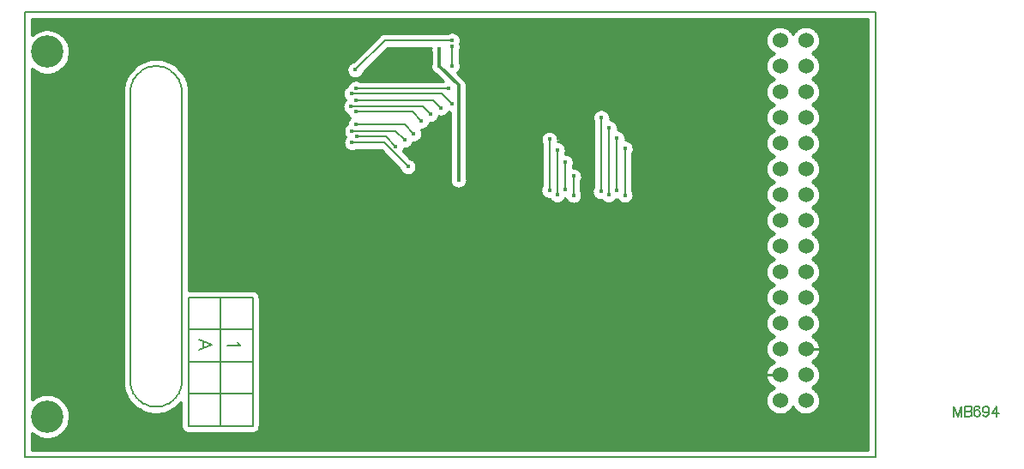
<source format=gbr>
%FSTAX23Y23*%
%MOIN*%
%SFA1B1*%

%IPPOS*%
%ADD10C,0.010000*%
%ADD11C,0.007000*%
%ADD12C,0.012000*%
%ADD13C,0.005000*%
%ADD14C,0.008000*%
%ADD15C,0.060000*%
%ADD16C,0.126000*%
%ADD17C,0.016000*%
%LNmb694-1*%
%LPD*%
G54D10*
X-00059Y-00065D02*
D01*
X-00054Y-00068*
X-00049Y-00072*
X-00044Y-00075*
X-00038Y-00078*
X-00033Y-00081*
X-00027Y-00083*
X-00021Y-00085*
X-00015Y-00086*
X-00009Y-00087*
X-00003Y-00087*
X00002Y-00087*
X00008Y-00087*
X00014Y-00086*
X0002Y-00085*
X00026Y-00083*
X00032Y-00081*
X00038Y-00079*
X00043Y-00076*
X00048Y-00072*
X00053Y-00069*
X00058Y-00065*
X00062Y-00061*
X00067Y-00056*
X0007Y-00051*
X00074Y-00046*
X00077Y-00041*
X0008Y-00036*
X00082Y-0003*
X00084Y-00024*
X00085Y-00018*
X00086Y-00012*
X00087Y-00006*
X00087Y0*
X00088Y0*
X-00059Y-00065D02*
D01*
X-00054Y-00068*
X-00049Y-00072*
X-00044Y-00075*
X-00038Y-00078*
X-00033Y-00081*
X-00027Y-00083*
X-00021Y-00085*
X-00015Y-00086*
X-00009Y-00087*
X-00003Y-00087*
X00002Y-00087*
X00008Y-00087*
X00014Y-00086*
X0002Y-00085*
X00026Y-00083*
X00032Y-00081*
X00038Y-00079*
X00043Y-00076*
X00048Y-00072*
X00053Y-00069*
X00058Y-00065*
X00062Y-00061*
X00067Y-00056*
X0007Y-00051*
X00074Y-00046*
X00077Y-00041*
X0008Y-00036*
X00082Y-0003*
X00084Y-00024*
X00085Y-00018*
X00086Y-00012*
X00087Y-00006*
X00087Y0*
X00088Y0*
X00087Y00006*
X00087Y00012*
X00086Y00018*
X00084Y00024*
X00082Y0003*
X0008Y00035*
X00077Y00041*
X00074Y00046*
X00071Y00051*
X00067Y00056*
X00063Y00061*
X00058Y00065*
X00054Y00069*
X00049Y00072*
X00044Y00076*
X00038Y00079*
X00032Y00081*
X00027Y00083*
X00021Y00085*
X00015Y00086*
X00009Y00087*
X00003Y00087*
X-00003*
X-00009Y00087*
X-00015Y00086*
X-00021Y00085*
X-00027Y00083*
X-00032Y00081*
X-00038Y00079*
X-00044Y00076*
X-00049Y00072*
X-00054Y00069*
X-00058Y00065*
X-00059Y00065*
X00088Y0D02*
D01*
X00087Y00006*
X00087Y00012*
X00086Y00018*
X00084Y00024*
X00082Y0003*
X0008Y00035*
X00077Y00041*
X00074Y00046*
X00071Y00051*
X00067Y00056*
X00063Y00061*
X00058Y00065*
X00054Y00069*
X00049Y00072*
X00044Y00076*
X00038Y00079*
X00032Y00081*
X00027Y00083*
X00021Y00085*
X00015Y00086*
X00009Y00087*
X00003Y00087*
X-00003*
X-00009Y00087*
X-00015Y00086*
X-00021Y00085*
X-00027Y00083*
X-00032Y00081*
X-00038Y00079*
X-00044Y00076*
X-00049Y00072*
X-00054Y00069*
X-00058Y00065*
X-00059Y00065*
X00521Y-00037D02*
D01*
X00521Y-00038*
X00521Y-0004*
X00521Y-00042*
X00522Y-00044*
X00522Y-00046*
X00523Y-00047*
X00524Y-00049*
X00525Y-00051*
X00526Y-00052*
X00527Y-00054*
X00528Y-00055*
X00529Y-00057*
X00531Y-00058*
X00532Y-00059*
X00534Y-0006*
X00536Y-00061*
X00537Y-00062*
X00539Y-00062*
X00541Y-00063*
X00543Y-00063*
X00545Y-00063*
X00547Y-00063*
X00548*
X00549Y-00065*
X00296Y00138D02*
D01*
X00296Y00129*
X00297Y0012*
X00298Y00111*
X003Y00102*
X00303Y00094*
X00306Y00086*
X0031Y00078*
X00315Y0007*
X0032Y00063*
X00325Y00056*
X00331Y00049*
X00338Y00043*
X00344Y00037*
X00351Y00032*
X00359Y00028*
X00367Y00023*
X00375Y0002*
X00383Y00017*
X00392Y00014*
X004Y00012*
X00409Y00011*
X00418Y00011*
X00427*
X00436Y00011*
X00445Y00012*
X00453Y00014*
X00462Y00017*
X0047Y0002*
X00478Y00023*
X00486Y00028*
X00494Y00032*
X00501Y00037*
X00507Y00043*
X00514Y00049*
X0052Y00056*
X00521Y00056*
Y-00037D02*
D01*
X00521Y-00038*
X00521Y-0004*
X00521Y-00042*
X00522Y-00044*
X00522Y-00046*
X00523Y-00047*
X00524Y-00049*
X00525Y-00051*
X00526Y-00052*
X00527Y-00054*
X00528Y-00055*
X00529Y-00057*
X00531Y-00058*
X00532Y-00059*
X00534Y-0006*
X00536Y-00061*
X00537Y-00062*
X00539Y-00062*
X00541Y-00063*
X00543Y-00063*
X00545Y-00063*
X00547Y-00063*
X00548*
X00549Y-00065*
X00799D02*
D01*
X008Y-00064*
X00802Y-00064*
X00804Y-00064*
X00806Y-00063*
X00808Y-00063*
X00809Y-00062*
X00811Y-00061*
X00813Y-0006*
X00814Y-00059*
X00816Y-00058*
X00817Y-00057*
X00819Y-00056*
X0082Y-00054*
X00821Y-00053*
X00822Y-00051*
X00823Y-00049*
X00824Y-00048*
X00824Y-00046*
X00825Y-00044*
X00825Y-00042*
X00825Y-0004*
X00825Y-00038*
Y-00037*
X00826Y-00037*
X00799Y-00065D02*
D01*
X008Y-00064*
X00802Y-00064*
X00804Y-00064*
X00806Y-00063*
X00808Y-00063*
X00809Y-00062*
X00811Y-00061*
X00813Y-0006*
X00814Y-00059*
X00816Y-00058*
X00817Y-00057*
X00819Y-00056*
X0082Y-00054*
X00821Y-00053*
X00822Y-00051*
X00823Y-00049*
X00824Y-00048*
X00824Y-00046*
X00825Y-00044*
X00825Y-00042*
X00825Y-0004*
X00825Y-00038*
Y-00037*
X00826Y-00037*
Y00463D02*
D01*
X00825Y00464*
X00825Y00466*
X00825Y00468*
X00824Y0047*
X00824Y00472*
X00823Y00473*
X00822Y00475*
X00821Y00477*
X0082Y00478*
X00819Y0048*
X00818Y00481*
X00817Y00483*
X00815Y00484*
X00814Y00485*
X00812Y00486*
X0081Y00487*
X00809Y00488*
X00807Y00488*
X00805Y00489*
X00803Y00489*
X00801Y00489*
X00799Y00489*
X00799Y0049*
X00826Y00463D02*
D01*
X00825Y00464*
X00825Y00466*
X00825Y00468*
X00824Y0047*
X00824Y00472*
X00823Y00473*
X00822Y00475*
X00821Y00477*
X0082Y00478*
X00819Y0048*
X00818Y00481*
X00817Y00483*
X00815Y00484*
X00814Y00485*
X00812Y00486*
X0081Y00487*
X00809Y00488*
X00807Y00488*
X00805Y00489*
X00803Y00489*
X00801Y00489*
X00799Y00489*
X00799Y0049*
X01167Y01137D02*
D01*
X01165Y01135*
X01163Y01134*
X01161Y01132*
X0116Y0113*
X01158Y01129*
X01157Y01127*
X01156Y01125*
X01155Y01123*
X01154Y01121*
X01153Y01119*
X01153Y01116*
X01152Y01114*
X01152Y01112*
X01152Y0111*
X01152Y01107*
X01152Y01105*
X01153Y01103*
X01153Y01101*
X01154Y01099*
X01155Y01096*
X01156Y01094*
X01157Y01092*
X01158Y01091*
X0116Y01089*
X01161Y01088*
X01178Y0116D02*
D01*
X01176Y01158*
X01174Y01156*
X01173Y01154*
X01171Y01152*
X0117Y0115*
X01169Y01148*
X01168Y01146*
X01168Y01144*
X01167Y01142*
X01167Y0114*
X01166Y01137*
X01167Y01137*
X-00059Y01353D02*
D01*
X-00054Y01349*
X-00049Y01345*
X-00044Y01342*
X-00038Y01339*
X-00033Y01336*
X-00027Y01334*
X-00021Y01332*
X-00015Y01331*
X-00009Y0133*
X-00003Y0133*
X00002Y0133*
X00008Y0133*
X00014Y01331*
X0002Y01332*
X00026Y01334*
X00032Y01336*
X00038Y01338*
X00043Y01341*
X00048Y01345*
X00053Y01348*
X00058Y01352*
X00062Y01356*
X00067Y01361*
X0007Y01366*
X00074Y01371*
X00077Y01376*
X0008Y01381*
X00082Y01387*
X00084Y01393*
X00085Y01399*
X00086Y01405*
X00087Y01411*
X00087Y01417*
X00088Y01418*
X00551Y01263D02*
D01*
X0055Y01271*
X00549Y0128*
X00548Y01289*
X00546Y01298*
X00543Y01306*
X0054Y01314*
X00536Y01322*
X00531Y0133*
X00526Y01337*
X00521Y01344*
X00515Y01351*
X00508Y01357*
X00502Y01363*
X00495Y01368*
X00487Y01372*
X00479Y01377*
X00471Y0138*
X00463Y01383*
X00454Y01386*
X00446Y01388*
X00437Y01389*
X00428Y01389*
X00419*
X0041Y01389*
X00401Y01388*
X00393Y01386*
X00384Y01383*
X00376Y0138*
X00368Y01377*
X0036Y01372*
X00352Y01368*
X00345Y01363*
X00339Y01357*
X00332Y01351*
X00326Y01344*
X00321Y01337*
X00316Y0133*
X00311Y01322*
X00307Y01314*
X00304Y01306*
X00301Y01298*
X00299Y01289*
X00298Y0128*
X00297Y01271*
X00296Y01263*
X00088Y01418D02*
D01*
X00087Y01424*
X00087Y0143*
X00086Y01436*
X00084Y01442*
X00082Y01448*
X0008Y01453*
X00077Y01459*
X00074Y01464*
X00071Y01469*
X00067Y01474*
X00063Y01479*
X00058Y01483*
X00054Y01487*
X00049Y0149*
X00044Y01494*
X00038Y01497*
X00032Y01499*
X00027Y01501*
X00021Y01503*
X00015Y01504*
X00009Y01505*
X00003Y01505*
X-00003*
X-00009Y01505*
X-00015Y01504*
X-00021Y01503*
X-00027Y01501*
X-00032Y01499*
X-00038Y01497*
X-00044Y01494*
X-00049Y0149*
X-00054Y01487*
X-00058Y01483*
X-00059Y01483*
X0116Y01231D02*
D01*
X01158Y01229*
X01156Y01227*
X01155Y01225*
X01153Y01223*
X01152Y01221*
X01151Y01219*
X0115Y01217*
X0115Y01215*
X01149Y01213*
X01149Y01211*
X01148Y01208*
X01148Y01206*
X01148Y01204*
X01148Y01201*
X01149Y01199*
X01149Y01197*
X0115Y01194*
X01151Y01192*
X01152Y0119*
X01153Y01188*
X01154Y01186*
X01156Y01184*
X01157Y01183*
X01159Y01181*
X01161Y01179*
X01163Y01178*
X01165Y01177*
X01167Y01176*
X01168Y01176*
Y01285D02*
D01*
X01165Y01283*
X01163Y01282*
X01162Y01281*
X0116Y01279*
X01158Y01278*
X01157Y01276*
X01155Y01274*
X01154Y01273*
X01153Y01271*
X01151Y01268*
X01151Y01266*
X0115Y01264*
X01149Y01262*
X01149Y0126*
X01149Y01257*
X01148Y01255*
X01148Y01253*
X01149Y0125*
X01149Y01248*
X0115Y01246*
X0115Y01244*
X01151Y01242*
X01152Y01239*
X01153Y01237*
X01154Y01236*
X01156Y01234*
X01157Y01232*
X01159Y0123*
X0116Y01231*
X01371Y00964D02*
D01*
X01371Y00961*
X01372Y00959*
X01373Y00957*
X01374Y00955*
X01375Y00953*
X01377Y00951*
X01378Y00949*
X0138Y00948*
X01381Y00946*
X01383Y00945*
X01385Y00944*
X01387Y00942*
X01389Y00941*
X01391Y0094*
X01393Y0094*
X01396Y00939*
X01398Y00939*
X014Y00939*
X01403Y00939*
X01405Y00939*
X01407Y00939*
X01409Y00939*
X01412Y0094*
X01414Y00941*
X01416Y00941*
X01418Y00942*
X0142Y00944*
X01422Y00945*
X01424Y00946*
X01425Y00948*
X01427Y00949*
X01429Y00951*
X0143Y00953*
X01431Y00955*
X01432Y00957*
X01433Y00959*
X01434Y00961*
X01435Y00964*
X01435Y00966*
X01435Y00968*
X01435Y0097*
X01436Y00972*
X01435Y00974*
X01435Y00976*
X01435Y00978*
X01434Y00981*
X01434Y00983*
X01433Y00985*
X01432Y00987*
X0143Y00989*
X01429Y00991*
X01428Y00993*
X01426Y00994*
X01425Y00996*
X01423Y00998*
X01421Y00999*
X01419Y01*
X01417Y01001*
X01415Y01002*
X01413Y01003*
X01411Y01004*
X01383Y01032D02*
D01*
X01384Y01033*
X01385Y01036*
X01386Y01038*
X01386Y0104*
X01387Y01042*
X01161Y01088D02*
D01*
X01159Y01086*
X01158Y01084*
X01156Y01082*
X01155Y0108*
X01154Y01078*
X01153Y01076*
X01153Y01074*
X01152Y01071*
X01152Y01069*
X01151Y01067*
X01151Y01064*
X01151Y01062*
X01152Y0106*
X01152Y01057*
X01153Y01055*
X01153Y01053*
X01154Y01051*
X01155Y01049*
X01156Y01047*
X01158Y01045*
X01159Y01043*
X01161Y01041*
X01162Y0104*
X01164Y01038*
X01166Y01037*
X01168Y01036*
X0117Y01035*
X01172Y01034*
X01174Y01033*
X01177Y01032*
X01179Y01032*
X01181Y01031*
X01183Y01031*
X01186Y01031*
X01188Y01031*
X0119Y01032*
X01193Y01032*
X01195Y01033*
X01197Y01034*
X01199Y01035*
X01201Y01036*
X01168Y01176D02*
D01*
X01168Y01173*
X01169Y01171*
X0117Y01169*
X01171Y01167*
X01173Y01165*
X01174Y01163*
X01175Y01162*
X01177Y0116*
X01178Y0116*
X01217Y01304D02*
D01*
X01214Y01305*
X01212Y01306*
X0121Y01306*
X01208Y01307*
X01206Y01308*
X01203Y01308*
X01201Y01308*
X01199Y01308*
X01196Y01308*
X01194Y01308*
X01192Y01307*
X01189Y01307*
X01187Y01306*
X01185Y01305*
X01183Y01304*
X01181Y01302*
X01179Y01301*
X01177Y013*
X01175Y01298*
X01174Y01296*
X01172Y01294*
X01171Y01293*
X0117Y0129*
X01169Y01288*
X01168Y01286*
X01168Y01285*
X01387Y01042D02*
D01*
X01389Y01041*
X01391Y01041*
X01393Y01042*
X01396Y01042*
X01398Y01042*
X014Y01043*
X01402Y01044*
X01404Y01045*
X01406Y01046*
X01408Y01047*
X0141Y01049*
X01412Y0105*
X01414Y01052*
X01415Y01054*
X01417Y01055*
X01418Y01057*
X01419Y01059*
X0142Y01061*
X01421Y01064*
X01421Y01066*
X01422Y01067*
X01424Y01066*
X01426Y01066*
X01428Y01067*
X01431Y01067*
X01433Y01067*
X01435Y01068*
X01437Y01069*
X01439Y0107*
X01441Y01071*
X01443Y01072*
X01445Y01074*
X01447Y01075*
X01449Y01077*
X0145Y01079*
X01452Y0108*
X01453Y01082*
X01454Y01084*
X01455Y01086*
X01456Y01089*
X01456Y01091*
X01457Y01093*
X01457Y01095*
X01458Y01098*
X01458Y011*
X01453Y01117D02*
D01*
X01455Y01116*
X01457Y01117*
X01459Y01117*
X01462Y01117*
X01464Y01118*
X01466Y01119*
X01468Y01119*
X0147Y0112*
X01472Y01122*
X01474Y01123*
X01476Y01124*
X01478Y01126*
X01479Y01128*
X01481Y01129*
X01482Y01131*
X01483Y01133*
X01484Y01135*
X01485Y01137*
X01486Y0114*
X01487Y01142*
X0119Y0138D02*
D01*
X01187Y01379*
X01185Y01378*
X01183Y01377*
X01181Y01376*
X01179Y01375*
X01177Y01373*
X01175Y01372*
X01174Y0137*
X01172Y01369*
X01171Y01367*
X0117Y01365*
X01168Y01363*
X01167Y01361*
X01166Y01359*
X01166Y01357*
X01165Y01354*
X01165Y01352*
X01165Y0135*
X01165Y01347*
X01165Y01345*
X01165Y01343*
X01165Y01341*
X01166Y01338*
X01167Y01336*
X01167Y01334*
X01168Y01332*
X0117Y0133*
X01171Y01328*
X01172Y01326*
X01174Y01325*
X01175Y01323*
X01177Y01321*
X01179Y0132*
X01181Y01319*
X01183Y01318*
X01185Y01317*
X01187Y01316*
X0119Y01315*
X01192Y01315*
X01194Y01315*
X01196Y01315*
X01199Y01315*
X01201Y01315*
X01203Y01315*
X01206Y01316*
X01208Y01316*
X0121Y01317*
X01212Y01318*
X01214Y01319*
X01216Y0132*
X01218Y01322*
X0122Y01323*
X01221Y01325*
X01223Y01326*
X01224Y01328*
X01225Y0133*
X01227Y01332*
X01228Y01334*
X01229Y01336*
X01229Y01338*
X0123Y0134*
X01313Y01491D02*
D01*
X0131Y0149*
X01308Y0149*
X01306Y0149*
X01305Y01489*
X01303Y01489*
X01301Y01488*
X01299Y01487*
X01297Y01486*
X01295Y01485*
X01294Y01484*
X01293Y01483*
X01313Y01491D02*
D01*
X0131Y0149*
X01308Y0149*
X01306Y0149*
X01305Y01489*
X01303Y01489*
X01301Y01488*
X01299Y01487*
X01297Y01486*
X01295Y01485*
X01294Y01484*
X01293Y01483*
X01923Y00897D02*
D01*
X01921Y00894*
X0192Y00892*
X0192Y0089*
X01919Y00888*
X01918Y00886*
X01918Y00883*
X01918Y00881*
X01918Y00879*
X01918Y00876*
X01918Y00874*
X01919Y00872*
X01919Y00869*
X0192Y00867*
X01921Y00865*
X01922Y00863*
X01924Y00861*
X01925Y00859*
X01926Y00857*
X01928Y00855*
X0193Y00854*
X01932Y00852*
X01933Y00851*
X01936Y0085*
X01938Y00849*
X0194Y00848*
X01942Y00847*
X01944Y00847*
X01947Y00846*
X01949Y00846*
X01951Y00846*
X01954Y00847*
X01955Y00845*
X01956Y00843*
X01957Y00841*
X01959Y00839*
X0196Y00837*
X01962Y00836*
X01964Y00835*
X01966Y00833*
X01968Y00832*
X0197Y00831*
X01972Y00831*
X01974Y0083*
X01976Y00829*
X01979Y00829*
X01981Y00829*
X01983Y00829*
X01986Y00829*
X01988Y00829*
X0199Y0083*
X01992Y0083*
X01994Y00831*
X01996Y00832*
X01999Y00833*
X02Y00834*
X02002Y00836*
X02004Y00837*
X02006Y00839*
X02007Y0084*
X02009Y00842*
X0201Y00844*
X02011Y00846*
X02012Y00848*
X02014Y00849*
X02015D02*
D01*
X02015Y00846*
X02016Y00844*
X02017Y00842*
X02019Y0084*
X0202Y00839*
X02022Y00837*
X02023Y00835*
X02025Y00834*
X02027Y00832*
X02029Y00831*
X02031Y0083*
X02033Y00829*
X02035Y00828*
X02037Y00828*
X0204Y00827*
X02042Y00827*
X02044Y00827*
X02046Y00827*
X02049Y00827*
X02051Y00827*
X02053Y00828*
X02055Y00828*
X02058Y00829*
X0206Y0083*
X02062Y00831*
X02064Y00832*
X02066Y00833*
X02067Y00835*
X02069Y00836*
X02071Y00838*
X02072Y0084*
X02073Y00842*
X02074Y00844*
X02075Y00846*
X02076Y00848*
X02077Y0085*
X02078Y00852*
X02078Y00855*
X02078Y00857*
X02078Y00859*
X02079Y0086*
X02078Y00862*
X02078Y00864*
X02078Y00866*
X02077Y00869*
X02077Y00871*
X02076Y00873*
X02075Y00875*
X02075Y00877*
X02125Y00895D02*
D01*
X02123Y00893*
X02122Y00891*
X02121Y00889*
X0212Y00887*
X02119Y00884*
X02119Y00882*
X02118Y0088*
X02118Y00878*
X02118Y00875*
X02118Y00873*
X02118Y00871*
X02118Y00869*
X02119Y00866*
X02119Y00864*
X0212Y00862*
X02121Y0086*
X02122Y00858*
X02123Y00856*
X02125Y00854*
X02126Y00852*
X02128Y00851*
X0213Y00849*
X02131Y00848*
X02133Y00847*
X02135Y00845*
X02137Y00844*
X0214Y00844*
X02142Y00843*
X02144Y00842*
X02146Y00842*
X02148Y00842*
X02151Y00842*
X02153Y00842*
X02155Y00842*
X02156Y00843*
X02826Y00213D02*
D01*
X02822Y00211*
X02819Y00209*
X02816Y00207*
X02813Y00204*
X0281Y00202*
X02807Y00199*
X02805Y00196*
X02802Y00193*
X02801Y00189*
X02799Y00186*
X02797Y00182*
X02796Y00179*
X02795Y00175*
X02794Y00171*
X02794Y00168*
X02793Y00164*
X02794Y0016*
X02794Y00156*
X02794Y00152*
X02795Y00149*
X02796Y00145*
X02798Y00141*
X02799Y00138*
X02801Y00134*
X02803Y00131*
X02806Y00128*
X02808Y00125*
X02811Y00122*
X02814Y0012*
X02817Y00118*
X0282Y00115*
X02823Y00114*
X02826Y00113*
Y00313D02*
D01*
X02822Y00311*
X02819Y00309*
X02816Y00307*
X02813Y00304*
X0281Y00302*
X02807Y00299*
X02805Y00296*
X02802Y00293*
X02801Y00289*
X02799Y00286*
X02797Y00282*
X02796Y00279*
X02795Y00275*
X02794Y00271*
X02794Y00268*
X02793Y00264*
X02794Y0026*
X02794Y00256*
X02794Y00252*
X02795Y00249*
X02796Y00245*
X02798Y00241*
X02799Y00238*
X02801Y00234*
X02803Y00231*
X02806Y00228*
X02808Y00225*
X02811Y00222*
X02814Y0022*
X02817Y00218*
X0282Y00215*
X02823Y00214*
X02826Y00213*
X02217Y00845D02*
D01*
X02218Y00843*
X02219Y00841*
X0222Y00839*
X02222Y00837*
X02224Y00836*
X02226Y00834*
X02227Y00833*
X02229Y00832*
X02231Y00831*
X02234Y0083*
X02236Y00829*
X02238Y00828*
X0224Y00828*
X02243Y00828*
X02245Y00827*
X02247Y00827*
X02249Y00828*
X02252Y00828*
X02254Y00828*
X02256Y00829*
X02258Y0083*
X0226Y00831*
X02263Y00832*
X02264Y00833*
X02266Y00835*
X02268Y00836*
X0227Y00838*
X02271Y0084*
X02273Y00841*
X02274Y00843*
X02275Y00845*
X02276Y00847*
X02277Y0085*
X02277Y00852*
X02278Y00854*
X02278Y00856*
X02279Y00859*
X02279Y0086*
X02156Y00843D02*
D01*
X02157Y00841*
X02158Y00839*
X0216Y00837*
X02162Y00836*
X02164Y00834*
X02166Y00833*
X02168Y00832*
X0217Y00831*
X02172Y0083*
X02174Y0083*
X02176Y00829*
X02179Y00829*
X02181Y00829*
X02183Y00828*
X02185Y00829*
X02188Y00829*
X0219Y00829*
X02192Y0083*
X02194Y00831*
X02197Y00832*
X02199Y00833*
X02201Y00834*
X02202Y00835*
X02204Y00837*
X02206Y00838*
X02207Y0084*
X02209Y00842*
X0221Y00844*
X02211Y00845*
X02279Y0086D02*
D01*
X02278Y00862*
X02278Y00864*
X02278Y00866*
X02277Y00869*
X02277Y00871*
X02276Y00873*
X02275Y00875*
X02275Y00877*
X02826Y00413D02*
D01*
X02822Y00411*
X02819Y00409*
X02816Y00407*
X02813Y00404*
X0281Y00402*
X02807Y00399*
X02805Y00396*
X02802Y00393*
X02801Y00389*
X02799Y00386*
X02797Y00382*
X02796Y00379*
X02795Y00375*
X02794Y00371*
X02794Y00368*
X02793Y00364*
X02794Y0036*
X02794Y00356*
X02794Y00352*
X02795Y00349*
X02796Y00345*
X02798Y00341*
X02799Y00338*
X02801Y00334*
X02803Y00331*
X02806Y00328*
X02808Y00325*
X02811Y00322*
X02814Y0032*
X02817Y00318*
X0282Y00315*
X02823Y00314*
X02826Y00313*
Y00113D02*
D01*
X02822Y00111*
X02819Y00109*
X02816Y00107*
X02813Y00104*
X0281Y00102*
X02807Y00099*
X02805Y00096*
X02802Y00093*
X02801Y00089*
X02799Y00086*
X02797Y00082*
X02796Y00079*
X02795Y00075*
X02794Y00071*
X02794Y00068*
X02793Y00064*
X02794Y0006*
X02794Y00056*
X02794Y00052*
X02795Y00049*
X02796Y00045*
X02798Y00041*
X02799Y00038*
X02801Y00034*
X02803Y00031*
X02806Y00028*
X02808Y00025*
X02811Y00022*
X02814Y0002*
X02817Y00018*
X0282Y00015*
X02823Y00014*
X02827Y00012*
X0283Y00011*
X02834Y00009*
X02838Y00009*
X02842Y00008*
X02845Y00008*
X02849Y00007*
X02853Y00008*
X02857Y00008*
X02861Y00009*
X02864Y0001*
X02868Y00011*
X02872Y00013*
X02875Y00014*
X02878Y00016*
X02881Y00018*
X02884Y00021*
X02887Y00023*
X0289Y00026*
X02892Y00029*
X02895Y00032*
X02896Y00036*
X02898Y00039*
X02899Y0004*
X029Y00036*
X02902Y00033*
X02904Y0003*
X02907Y00027*
X02909Y00024*
X02912Y00021*
X02915Y00019*
X02918Y00016*
X02922Y00015*
X02925Y00013*
X02929Y00011*
X02932Y0001*
X02936Y00009*
X0294Y00008*
X02943Y00008*
X02947Y00007*
X02951Y00008*
X02955Y00008*
X02959Y00008*
X02962Y00009*
X02966Y0001*
X0297Y00012*
X02973Y00013*
X02977Y00015*
X0298Y00017*
X02983Y0002*
X02986Y00022*
X02989Y00025*
X02991Y00028*
X02993Y00031*
X02996Y00034*
X02997Y00037*
X02999Y00041*
X03Y00044*
X03002Y00048*
X03002Y00052*
X03003Y00056*
X03003Y00059*
X03004Y00063*
X03003Y00066*
X03003Y0007*
X03002Y00074*
X03001Y00078*
X03Y00081*
X02999Y00085*
X02997Y00088*
X02995Y00092*
X02993Y00095*
X02991Y00098*
X02988Y00101*
X02985Y00103*
X02982Y00106*
X02979Y00108*
X02976Y0011*
X02973Y00112*
X02972Y00113*
X02975Y00114*
X02978Y00116*
X02981Y00118*
X02984Y00121*
X02987Y00123*
X0299Y00126*
X02992Y00129*
X02995Y00132*
X02996Y00136*
X02998Y00139*
X03Y00143*
X03001Y00146*
X03002Y0015*
X03003Y00154*
X03003Y00157*
X03004Y00161*
X03004Y00163*
X03003Y00166*
X03003Y0017*
X03002Y00174*
X03001Y00178*
X03Y00181*
X02999Y00185*
X02997Y00188*
X02995Y00192*
X02993Y00195*
X02991Y00198*
X02988Y00201*
X02985Y00203*
X02982Y00206*
X02979Y00208*
X02976Y0021*
X02973Y00212*
X02972Y00213*
X02975Y00214*
X02978Y00216*
X02981Y00218*
X02984Y00221*
X02987Y00223*
X0299Y00226*
X02992Y00229*
X02995Y00232*
X02996Y00236*
X02998Y00239*
X03Y00243*
X03001Y00246*
X03002Y0025*
X03003Y00254*
X03003Y00257*
X03004Y00261*
X03004Y00263*
X03003Y00266*
X03003Y0027*
X03002Y00274*
X03001Y00278*
X03Y00281*
X02999Y00285*
X02997Y00288*
X02995Y00292*
X02993Y00295*
X02991Y00298*
X02988Y00301*
X02985Y00303*
X02982Y00306*
X02979Y00308*
X02976Y0031*
X02973Y00312*
X02972Y00313*
X02975Y00314*
X02978Y00316*
X02981Y00318*
X02984Y00321*
X02987Y00323*
X0299Y00326*
X02992Y00329*
X02995Y00332*
X02996Y00336*
X02998Y00339*
X03Y00343*
X03001Y00346*
X03002Y0035*
X03003Y00354*
X03003Y00357*
X03004Y00361*
X03004Y00363*
X03003Y00366*
X03003Y0037*
X03002Y00374*
X03001Y00378*
X03Y00381*
X02999Y00385*
X02997Y00388*
X02995Y00392*
X02993Y00395*
X02991Y00398*
X02988Y00401*
X02985Y00403*
X02982Y00406*
X02979Y00408*
X02976Y0041*
X02973Y00412*
X02972Y00413*
X02826Y00513D02*
D01*
X02822Y00511*
X02819Y00509*
X02816Y00507*
X02813Y00504*
X0281Y00502*
X02807Y00499*
X02805Y00496*
X02802Y00493*
X02801Y00489*
X02799Y00486*
X02797Y00482*
X02796Y00479*
X02795Y00475*
X02794Y00471*
X02794Y00468*
X02793Y00464*
X02794Y0046*
X02794Y00456*
X02794Y00452*
X02795Y00449*
X02796Y00445*
X02798Y00441*
X02799Y00438*
X02801Y00434*
X02803Y00431*
X02806Y00428*
X02808Y00425*
X02811Y00422*
X02814Y0042*
X02817Y00418*
X0282Y00415*
X02823Y00414*
X02826Y00413*
X02972D02*
D01*
X02975Y00414*
X02978Y00416*
X02981Y00418*
X02984Y00421*
X02987Y00423*
X0299Y00426*
X02992Y00429*
X02995Y00432*
X02996Y00436*
X02998Y00439*
X03Y00443*
X03001Y00446*
X03002Y0045*
X03003Y00454*
X03003Y00457*
X03004Y00461*
X03004Y00463*
X03003Y00466*
X03003Y0047*
X03002Y00474*
X03001Y00478*
X03Y00481*
X02999Y00485*
X02997Y00488*
X02995Y00492*
X02993Y00495*
X02991Y00498*
X02988Y00501*
X02985Y00503*
X02982Y00506*
X02979Y00508*
X02976Y0051*
X02973Y00512*
X02972Y00513*
X02826Y00613D02*
D01*
X02822Y00611*
X02819Y00609*
X02816Y00607*
X02813Y00604*
X0281Y00602*
X02807Y00599*
X02805Y00596*
X02802Y00593*
X02801Y00589*
X02799Y00586*
X02797Y00582*
X02796Y00579*
X02795Y00575*
X02794Y00571*
X02794Y00568*
X02793Y00564*
X02794Y0056*
X02794Y00556*
X02794Y00552*
X02795Y00549*
X02796Y00545*
X02798Y00541*
X02799Y00538*
X02801Y00534*
X02803Y00531*
X02806Y00528*
X02808Y00525*
X02811Y00522*
X02814Y0052*
X02817Y00518*
X0282Y00515*
X02823Y00514*
X02826Y00513*
Y00713D02*
D01*
X02822Y00711*
X02819Y00709*
X02816Y00707*
X02813Y00704*
X0281Y00702*
X02807Y00699*
X02805Y00696*
X02802Y00693*
X02801Y00689*
X02799Y00686*
X02797Y00682*
X02796Y00679*
X02795Y00675*
X02794Y00671*
X02794Y00668*
X02793Y00664*
X02794Y0066*
X02794Y00656*
X02794Y00652*
X02795Y00649*
X02796Y00645*
X02798Y00641*
X02799Y00638*
X02801Y00634*
X02803Y00631*
X02806Y00628*
X02808Y00625*
X02811Y00622*
X02814Y0062*
X02817Y00618*
X0282Y00615*
X02823Y00614*
X02826Y00613*
X02972Y00513D02*
D01*
X02975Y00514*
X02978Y00516*
X02981Y00518*
X02984Y00521*
X02987Y00523*
X0299Y00526*
X02992Y00529*
X02995Y00532*
X02996Y00536*
X02998Y00539*
X03Y00543*
X03001Y00546*
X03002Y0055*
X03003Y00554*
X03003Y00557*
X03004Y00561*
X03004Y00563*
X03003Y00566*
X03003Y0057*
X03002Y00574*
X03001Y00578*
X03Y00581*
X02999Y00585*
X02997Y00588*
X02995Y00592*
X02993Y00595*
X02991Y00598*
X02988Y00601*
X02985Y00603*
X02982Y00606*
X02979Y00608*
X02976Y0061*
X02973Y00612*
X02972Y00613*
X02975Y00614*
X02978Y00616*
X02981Y00618*
X02984Y00621*
X02987Y00623*
X0299Y00626*
X02992Y00629*
X02995Y00632*
X02996Y00636*
X02998Y00639*
X03Y00643*
X03001Y00646*
X03002Y0065*
X03003Y00654*
X03003Y00657*
X03004Y00661*
X03004Y00663*
X03003Y00666*
X03003Y0067*
X03002Y00674*
X03001Y00678*
X03Y00681*
X02999Y00685*
X02997Y00688*
X02995Y00692*
X02993Y00695*
X02991Y00698*
X02988Y00701*
X02985Y00703*
X02982Y00706*
X02979Y00708*
X02976Y0071*
X02973Y00712*
X02972Y00713*
X02826Y00813D02*
D01*
X02822Y00811*
X02819Y00809*
X02816Y00807*
X02813Y00804*
X0281Y00802*
X02807Y00799*
X02805Y00796*
X02802Y00793*
X02801Y00789*
X02799Y00786*
X02797Y00782*
X02796Y00779*
X02795Y00775*
X02794Y00771*
X02794Y00768*
X02793Y00764*
X02794Y0076*
X02794Y00756*
X02794Y00752*
X02795Y00749*
X02796Y00745*
X02798Y00741*
X02799Y00738*
X02801Y00734*
X02803Y00731*
X02806Y00728*
X02808Y00725*
X02811Y00722*
X02814Y0072*
X02817Y00718*
X0282Y00715*
X02823Y00714*
X02826Y00713*
X02972D02*
D01*
X02975Y00714*
X02978Y00716*
X02981Y00718*
X02984Y00721*
X02987Y00723*
X0299Y00726*
X02992Y00729*
X02995Y00732*
X02996Y00736*
X02998Y00739*
X03Y00743*
X03001Y00746*
X03002Y0075*
X03003Y00754*
X03003Y00757*
X03004Y00761*
X03004Y00763*
X03003Y00766*
X03003Y0077*
X03002Y00774*
X03001Y00778*
X03Y00781*
X02999Y00785*
X02997Y00788*
X02995Y00792*
X02993Y00795*
X02991Y00798*
X02988Y00801*
X02985Y00803*
X02982Y00806*
X02979Y00808*
X02976Y0081*
X02973Y00812*
X02972Y00813*
X02826Y00913D02*
D01*
X02822Y00911*
X02819Y00909*
X02816Y00907*
X02813Y00904*
X0281Y00902*
X02807Y00899*
X02805Y00896*
X02802Y00893*
X02801Y00889*
X02799Y00886*
X02797Y00882*
X02796Y00879*
X02795Y00875*
X02794Y00871*
X02794Y00868*
X02793Y00864*
X02794Y0086*
X02794Y00856*
X02794Y00852*
X02795Y00849*
X02796Y00845*
X02798Y00841*
X02799Y00838*
X02801Y00834*
X02803Y00831*
X02806Y00828*
X02808Y00825*
X02811Y00822*
X02814Y0082*
X02817Y00818*
X0282Y00815*
X02823Y00814*
X02826Y00813*
X02972D02*
D01*
X02975Y00814*
X02978Y00816*
X02981Y00818*
X02984Y00821*
X02987Y00823*
X0299Y00826*
X02992Y00829*
X02995Y00832*
X02996Y00836*
X02998Y00839*
X03Y00843*
X03001Y00846*
X03002Y0085*
X03003Y00854*
X03003Y00857*
X03004Y00861*
X03004Y00863*
X03003Y00866*
X03003Y0087*
X03002Y00874*
X03001Y00878*
X03Y00881*
X02999Y00885*
X02997Y00888*
X02995Y00892*
X02993Y00895*
X02991Y00898*
X02988Y00901*
X02985Y00903*
X02982Y00906*
X02979Y00908*
X02976Y0091*
X02973Y00912*
X02972Y00913*
X01568Y00931D02*
D01*
X01567Y00928*
X01566Y00926*
X01566Y00924*
X01566Y00922*
X01566Y00919*
X01566Y00917*
X01566Y00915*
X01566Y00912*
X01567Y0091*
X01568Y00908*
X01569Y00906*
X0157Y00904*
X01571Y00902*
X01572Y009*
X01573Y00898*
X01575Y00896*
X01577Y00895*
X01578Y00893*
X0158Y00892*
X01582Y00891*
X01584Y0089*
X01586Y00889*
X01589Y00888*
X01591Y00888*
X01593Y00887*
X01595Y00887*
X01598Y00887*
X016Y00887*
X01602Y00887*
X01604Y00887*
X01607Y00888*
X01609Y00888*
X01611Y00889*
X01613Y0089*
X01615Y00891*
X01617Y00892*
X01619Y00894*
X01621Y00895*
X01622Y00897*
X01624Y00899*
X01625Y009*
X01627Y00902*
X01628Y00904*
X01629Y00906*
X0163Y00909*
X0163Y00911*
X01631Y00913*
X01631Y00915*
X01631Y00917*
X01632Y0092*
X01631Y00922*
X01631Y00924*
X01631Y00926*
X0163Y00929*
X0163Y00931*
X01985Y01078D02*
D01*
X01984Y0108*
X01984Y01082*
X01984Y01084*
X01983Y01087*
X01983Y01089*
X01982Y01091*
X01981Y01093*
X01979Y01095*
X01978Y01097*
X01977Y01099*
X01975Y011*
X01974Y01102*
X01972Y01104*
X0197Y01105*
X01968Y01106*
X01966Y01107*
X01964Y01108*
X01962Y01109*
X01959Y0111*
X01957Y0111*
X01955Y0111*
X01953Y0111*
X0195*
X01948Y0111*
X01946Y0111*
X01944Y0111*
X01941Y01109*
X01939Y01108*
X01937Y01107*
X01935Y01106*
X01933Y01105*
X01931Y01104*
X01929Y01102*
X01928Y011*
X01926Y01099*
X01925Y01097*
X01924Y01095*
X01922Y01093*
X01921Y01091*
X0192Y01089*
X0192Y01087*
X01919Y01084*
X01919Y01082*
X01919Y0108*
X01919Y01078*
X01919Y01075*
X01919Y01073*
X01919Y01071*
X0192Y01068*
X0192Y01066*
X01921Y01064*
X01922Y01062*
X01923Y01061*
X01458Y011D02*
D01*
X01457Y01102*
X01457Y01104*
X01457Y01106*
X01456Y01109*
X01456Y01111*
X01455Y01113*
X01454Y01115*
X01453Y01117*
X01487Y01142D02*
D01*
X01489Y01141*
X01491Y01141*
X01493Y01142*
X01496Y01142*
X01498Y01142*
X015Y01143*
X01502Y01144*
X01504Y01145*
X01506Y01146*
X01508Y01147*
X0151Y01149*
X01512Y0115*
X01514Y01152*
X01515Y01154*
X01517Y01155*
X01518Y01157*
X01519Y01159*
X0152Y01161*
X01521Y01164*
X01521Y01166*
X01522Y01168*
X02075Y00919D02*
D01*
X02076Y00921*
X02077Y00923*
X02077Y00925*
X02078Y00927*
X02079Y00929*
X02079Y00932*
X02079Y00934*
X02079Y00935*
X02047Y00988D02*
D01*
X02046Y0099*
X02046Y00992*
X02046Y00994*
X02045Y00997*
X02045Y00999*
X02044Y01001*
X02043Y01003*
X02041Y01005*
X0204Y01007*
X02039Y01009*
X02037Y0101*
X02036Y01012*
X02034Y01014*
X02032Y01015*
X0203Y01016*
X02028Y01017*
X02026Y01018*
X02024Y01019*
X02021Y0102*
X02019Y0102*
X02017Y0102*
X02015Y0102*
X02012*
X02012Y01021*
X02079Y00935D02*
D01*
X02078Y00937*
X02078Y00939*
X02078Y00941*
X02077Y00944*
X02077Y00946*
X02076Y00948*
X02075Y0095*
X02073Y00952*
X02072Y00954*
X02071Y00956*
X02069Y00957*
X02068Y00959*
X02066Y00961*
X02064Y00962*
X02062Y00963*
X0206Y00964*
X02058Y00965*
X02056Y00966*
X02053Y00967*
X02051Y00967*
X02049Y00967*
X02047Y00967*
X02044*
X02043Y00968*
Y00972D02*
D01*
X02043Y00974*
X02044Y00976*
X02045Y00978*
X02046Y0098*
X02046Y00982*
X02046Y00985*
X02046Y00987*
X02047Y00988*
X02016Y01037D02*
D01*
X02015Y01039*
X02015Y01041*
X02015Y01043*
X02014Y01046*
X02014Y01048*
X02013Y0105*
X02012Y01052*
X0201Y01054*
X02009Y01056*
X02008Y01058*
X02006Y01059*
X02005Y01061*
X02003Y01063*
X02001Y01064*
X01999Y01065*
X01997Y01066*
X01995Y01067*
X01993Y01068*
X0199Y01069*
X01988Y01069*
X01986Y01069*
X01984Y01069*
X01984Y0107*
X02012Y01021D02*
D01*
X02013Y01023*
X02013Y01025*
X02014Y01027*
X02015Y01029*
X02015Y01031*
X02016Y01034*
X02016Y01036*
X02016Y01037*
X02279Y01043D02*
D01*
X02278Y01045*
X02278Y01047*
X02278Y01049*
X02277Y01052*
X02277Y01054*
X02276Y01056*
X02275Y01058*
X02273Y0106*
X02272Y01062*
X02271Y01064*
X02269Y01065*
X02268Y01067*
X02266Y01069*
X02264Y0107*
X02262Y01071*
X0226Y01072*
X02258Y01073*
X02256Y01074*
X02253Y01075*
X02251Y01075*
X02249Y01075*
X02247Y01075*
X02246Y01076*
X02275Y01026D02*
D01*
X02276Y01028*
X02277Y0103*
X02277Y01032*
X02278Y01034*
X02279Y01036*
X02279Y01039*
X02279Y01041*
X02279Y01043*
X02247Y01083D02*
D01*
X02246Y01085*
X02246Y01087*
X02246Y01089*
X02245Y01092*
X02245Y01094*
X02244Y01096*
X02243Y01098*
X02241Y011*
X0224Y01102*
X02239Y01104*
X02237Y01105*
X02236Y01107*
X02234Y01109*
X02232Y0111*
X0223Y01111*
X02228Y01112*
X02226Y01113*
X02224Y01114*
X02221Y01115*
X02219Y01115*
X02217Y01115*
X02216Y01116*
X02217Y01123D02*
D01*
X02216Y01125*
X02216Y01127*
X02216Y01129*
X02215Y01132*
X02215Y01134*
X02214Y01136*
X02213Y01138*
X02211Y0114*
X0221Y01142*
X02209Y01144*
X02207Y01145*
X02206Y01147*
X02204Y01149*
X02202Y0115*
X022Y01151*
X02198Y01152*
X02196Y01153*
X02194Y01154*
X02191Y01155*
X02189Y01155*
X02187Y01155*
X02186Y01156*
X01493Y01374D02*
D01*
X01492Y01371*
X01491Y01369*
X01491Y01367*
X01491Y01365*
X01491Y01362*
X01491Y0136*
X01491Y01358*
X01491Y01355*
X01492Y01353*
X01493Y01351*
X01494Y01349*
X01495Y01347*
X01496Y01345*
X01497Y01343*
X01498Y01341*
X015Y01339*
X01502Y01338*
X01503Y01336*
X01505Y01335*
X01507Y01334*
X01509Y01333*
X0151Y01333*
X01522Y01168D02*
D01*
X01524Y01167*
X01526Y01167*
X01528Y01167*
X01531Y01167*
X01533Y01167*
X01535Y01167*
X01537Y01167*
X0154Y01168*
X01542Y01169*
X01544Y0117*
X01546Y01171*
X01548Y01172*
X0155Y01173*
X01552Y01175*
X01553Y01177*
X01555Y01178*
X01556Y0118*
X01557Y01182*
X01559Y01184*
X0156Y01186*
X01562Y01185*
X01564Y01184*
X01566Y01183*
X01568Y01183*
X01594Y01337D02*
D01*
X01595Y01338*
X01597Y0134*
X01598Y01341*
X016Y01343*
X01601Y01345*
X01602Y01347*
X01603Y01349*
X01604Y01351*
X01605Y01353*
X01606Y01355*
X01606Y01358*
X01606Y0136*
X01606Y01362*
X01607Y01363*
X01606Y01365*
X01606Y01367*
X01606Y01369*
X01605Y01372*
X01605Y01374*
X01604Y01376*
X01603Y01378*
X01602Y01379*
X01492Y01434D02*
D01*
X01491Y01431*
X01491Y01429*
X01491Y01427*
X01491Y01424*
X01491Y01422*
X01491Y0142*
X01492Y01418*
X01493Y01416*
X01602Y01421D02*
D01*
X01603Y01423*
X01604Y01425*
X01604Y01427*
X01605Y01429*
X01606Y01431*
X01606Y01434*
X01606Y01436*
X01607Y01438*
X01606Y0144*
X01606Y01442*
X01606Y01444*
X01605Y01447*
X01605Y01449*
X01604Y0145*
X01604Y01452*
X01605Y01454*
X01606Y01456*
X01606Y01459*
X01606Y01461*
X01607Y01463*
X01606Y01465*
X01606Y01467*
X01606Y01469*
X01605Y01472*
X01605Y01474*
X01604Y01476*
X01603Y01478*
X01601Y0148*
X016Y01482*
X01599Y01484*
X01597Y01485*
X01596Y01487*
X01594Y01489*
X01592Y0149*
X0159Y01491*
X01588Y01492*
X01586Y01493*
X01584Y01494*
X01581Y01495*
X01579Y01495*
X01577Y01495*
X01575Y01495*
X01572*
X0157Y01495*
X01568Y01495*
X01566Y01495*
X01563Y01494*
X01561Y01493*
X01559Y01492*
X01557Y01491*
X01557Y01491*
X0163Y01288D02*
D01*
X01629Y0129*
X01629Y01292*
X01629Y01294*
X01628Y01296*
X01628Y01298*
X01627Y013*
X01626Y01302*
X01625Y01304*
X01624Y01306*
X01622Y01307*
X01621Y01309*
X01621Y0131*
X0163Y01288D02*
D01*
X01629Y0129*
X01629Y01292*
X01629Y01294*
X01628Y01296*
X01628Y01298*
X01627Y013*
X01626Y01302*
X01625Y01304*
X01624Y01306*
X01622Y01307*
X01621Y01309*
X01621Y0131*
X02187Y01163D02*
D01*
X02186Y01165*
X02186Y01167*
X02186Y01169*
X02185Y01172*
X02185Y01174*
X02184Y01176*
X02183Y01178*
X02181Y0118*
X0218Y01182*
X02179Y01184*
X02177Y01185*
X02176Y01187*
X02174Y01189*
X02172Y0119*
X0217Y01191*
X02168Y01192*
X02166Y01193*
X02164Y01194*
X02161Y01195*
X02159Y01195*
X02157Y01195*
X02155Y01195*
X02152*
X0215Y01195*
X02148Y01195*
X02146Y01195*
X02143Y01194*
X02141Y01193*
X02139Y01192*
X02137Y01191*
X02135Y0119*
X02133Y01189*
X02131Y01187*
X0213Y01185*
X02128Y01184*
X02127Y01182*
X02126Y0118*
X02124Y01178*
X02123Y01176*
X02122Y01174*
X02122Y01172*
X02121Y01169*
X02121Y01167*
X02121Y01165*
X02121Y01163*
X02121Y0116*
X02121Y01158*
X02121Y01156*
X02122Y01153*
X02122Y01151*
X02123Y01149*
X02124Y01147*
X02125Y01146*
X02826Y01013D02*
D01*
X02822Y01011*
X02819Y01009*
X02816Y01007*
X02813Y01004*
X0281Y01002*
X02807Y00999*
X02805Y00996*
X02802Y00993*
X02801Y00989*
X02799Y00986*
X02797Y00982*
X02796Y00979*
X02795Y00975*
X02794Y00971*
X02794Y00968*
X02793Y00964*
X02794Y0096*
X02794Y00956*
X02794Y00952*
X02795Y00949*
X02796Y00945*
X02798Y00941*
X02799Y00938*
X02801Y00934*
X02803Y00931*
X02806Y00928*
X02808Y00925*
X02811Y00922*
X02814Y0092*
X02817Y00918*
X0282Y00915*
X02823Y00914*
X02826Y00913*
X02972D02*
D01*
X02975Y00914*
X02978Y00916*
X02981Y00918*
X02984Y00921*
X02987Y00923*
X0299Y00926*
X02992Y00929*
X02995Y00932*
X02996Y00936*
X02998Y00939*
X03Y00943*
X03001Y00946*
X03002Y0095*
X03003Y00954*
X03003Y00957*
X03004Y00961*
X03004Y00963*
X02826Y01113D02*
D01*
X02822Y01111*
X02819Y01109*
X02816Y01107*
X02813Y01104*
X0281Y01102*
X02807Y01099*
X02805Y01096*
X02802Y01093*
X02801Y01089*
X02799Y01086*
X02797Y01082*
X02796Y01079*
X02795Y01075*
X02794Y01071*
X02794Y01068*
X02793Y01064*
X02794Y0106*
X02794Y01056*
X02794Y01052*
X02795Y01049*
X02796Y01045*
X02798Y01041*
X02799Y01038*
X02801Y01034*
X02803Y01031*
X02806Y01028*
X02808Y01025*
X02811Y01022*
X02814Y0102*
X02817Y01018*
X0282Y01015*
X02823Y01014*
X02826Y01013*
X03004Y00963D02*
D01*
X03003Y00966*
X03003Y0097*
X03002Y00974*
X03001Y00978*
X03Y00981*
X02999Y00985*
X02997Y00988*
X02995Y00992*
X02993Y00995*
X02991Y00998*
X02988Y01001*
X02985Y01003*
X02982Y01006*
X02979Y01008*
X02976Y0101*
X02973Y01012*
X02972Y01013*
X02975Y01014*
X02978Y01016*
X02981Y01018*
X02984Y01021*
X02987Y01023*
X0299Y01026*
X02992Y01029*
X02995Y01032*
X02996Y01036*
X02998Y01039*
X03Y01043*
X03001Y01046*
X03002Y0105*
X03003Y01054*
X03003Y01057*
X03004Y01061*
X03004Y01063*
X03003Y01066*
X03003Y0107*
X03002Y01074*
X03001Y01078*
X03Y01081*
X02999Y01085*
X02997Y01088*
X02995Y01092*
X02993Y01095*
X02991Y01098*
X02988Y01101*
X02985Y01103*
X02982Y01106*
X02979Y01108*
X02976Y0111*
X02973Y01112*
X02972Y01113*
X02826Y01213D02*
D01*
X02822Y01211*
X02819Y01209*
X02816Y01207*
X02813Y01204*
X0281Y01202*
X02807Y01199*
X02805Y01196*
X02802Y01193*
X02801Y01189*
X02799Y01186*
X02797Y01182*
X02796Y01179*
X02795Y01175*
X02794Y01171*
X02794Y01168*
X02793Y01164*
X02794Y0116*
X02794Y01156*
X02794Y01152*
X02795Y01149*
X02796Y01145*
X02798Y01141*
X02799Y01138*
X02801Y01134*
X02803Y01131*
X02806Y01128*
X02808Y01125*
X02811Y01122*
X02814Y0112*
X02817Y01118*
X0282Y01115*
X02823Y01114*
X02826Y01113*
X02972D02*
D01*
X02975Y01114*
X02978Y01116*
X02981Y01118*
X02984Y01121*
X02987Y01123*
X0299Y01126*
X02992Y01129*
X02995Y01132*
X02996Y01136*
X02998Y01139*
X03Y01143*
X03001Y01146*
X03002Y0115*
X03003Y01154*
X03003Y01157*
X03004Y01161*
X03004Y01163*
X03003Y01166*
X03003Y0117*
X03002Y01174*
X03001Y01178*
X03Y01181*
X02999Y01185*
X02997Y01188*
X02995Y01192*
X02993Y01195*
X02991Y01198*
X02988Y01201*
X02985Y01203*
X02982Y01206*
X02979Y01208*
X02976Y0121*
X02973Y01212*
X02972Y01213*
X02826Y01313D02*
D01*
X02822Y01311*
X02819Y01309*
X02816Y01307*
X02813Y01304*
X0281Y01302*
X02807Y01299*
X02805Y01296*
X02802Y01293*
X02801Y01289*
X02799Y01286*
X02797Y01282*
X02796Y01279*
X02795Y01275*
X02794Y01271*
X02794Y01268*
X02793Y01264*
X02794Y0126*
X02794Y01256*
X02794Y01252*
X02795Y01249*
X02796Y01245*
X02798Y01241*
X02799Y01238*
X02801Y01234*
X02803Y01231*
X02806Y01228*
X02808Y01225*
X02811Y01222*
X02814Y0122*
X02817Y01218*
X0282Y01215*
X02823Y01214*
X02826Y01213*
Y01413D02*
D01*
X02822Y01411*
X02819Y01409*
X02816Y01407*
X02813Y01404*
X0281Y01402*
X02807Y01399*
X02805Y01396*
X02802Y01393*
X02801Y01389*
X02799Y01386*
X02797Y01382*
X02796Y01379*
X02795Y01375*
X02794Y01371*
X02794Y01368*
X02793Y01364*
X02794Y0136*
X02794Y01356*
X02794Y01352*
X02795Y01349*
X02796Y01345*
X02798Y01341*
X02799Y01338*
X02801Y01334*
X02803Y01331*
X02806Y01328*
X02808Y01325*
X02811Y01322*
X02814Y0132*
X02817Y01318*
X0282Y01315*
X02823Y01314*
X02826Y01313*
X02899Y01486D02*
D01*
X02897Y01489*
X02895Y01492*
X02893Y01495*
X0289Y01498*
X02888Y01501*
X02885Y01504*
X02882Y01506*
X02879Y01509*
X02875Y0151*
X02872Y01512*
X02868Y01514*
X02865Y01515*
X02861Y01516*
X02857Y01517*
X02854Y01517*
X0285Y01518*
X02846Y01517*
X02842Y01517*
X02838Y01517*
X02835Y01516*
X02831Y01515*
X02827Y01513*
X02824Y01512*
X0282Y0151*
X02817Y01508*
X02814Y01505*
X02811Y01503*
X02808Y015*
X02806Y01497*
X02804Y01494*
X02801Y01491*
X028Y01488*
X02798Y01484*
X02797Y01481*
X02795Y01477*
X02795Y01473*
X02794Y01469*
X02794Y01466*
X02793Y01462*
X02794Y01458*
X02794Y01454*
X02795Y0145*
X02796Y01447*
X02797Y01443*
X02799Y01439*
X028Y01436*
X02802Y01433*
X02804Y0143*
X02807Y01427*
X02809Y01424*
X02812Y01421*
X02815Y01419*
X02818Y01416*
X02822Y01415*
X02825Y01413*
X02826Y01413*
X03004Y01463D02*
D01*
X03003Y01466*
X03003Y0147*
X03002Y01474*
X03001Y01478*
X03Y01481*
X02999Y01485*
X02997Y01488*
X02995Y01492*
X02993Y01495*
X02991Y01498*
X02988Y01501*
X02985Y01503*
X02982Y01506*
X02979Y01508*
X02976Y0151*
X02973Y01512*
X02969Y01513*
X02965Y01515*
X02962Y01516*
X02958Y01517*
X02954Y01517*
X0295Y01517*
X02947*
X02943Y01517*
X02939Y01517*
X02935Y01516*
X02932Y01515*
X02928Y01513*
X02924Y01512*
X02921Y0151*
X02918Y01508*
X02915Y01506*
X02912Y01503*
X02909Y01501*
X02906Y01498*
X02904Y01495*
X02902Y01492*
X029Y01488*
X02899Y01486*
X02972Y01213D02*
D01*
X02975Y01214*
X02978Y01216*
X02981Y01218*
X02984Y01221*
X02987Y01223*
X0299Y01226*
X02992Y01229*
X02995Y01232*
X02996Y01236*
X02998Y01239*
X03Y01243*
X03001Y01246*
X03002Y0125*
X03003Y01254*
X03003Y01257*
X03004Y01261*
X03004Y01263*
X03003Y01266*
X03003Y0127*
X03002Y01274*
X03001Y01278*
X03Y01281*
X02999Y01285*
X02997Y01288*
X02995Y01292*
X02993Y01295*
X02991Y01298*
X02988Y01301*
X02985Y01303*
X02982Y01306*
X02979Y01308*
X02976Y0131*
X02973Y01312*
X02972Y01313*
X02975Y01314*
X02978Y01316*
X02981Y01318*
X02984Y01321*
X02987Y01323*
X0299Y01326*
X02992Y01329*
X02995Y01332*
X02996Y01336*
X02998Y01339*
X03Y01343*
X03001Y01346*
X03002Y0135*
X03003Y01354*
X03003Y01357*
X03004Y01361*
X03004Y01363*
X03003Y01366*
X03003Y0137*
X03002Y01374*
X03001Y01378*
X03Y01381*
X02999Y01385*
X02997Y01388*
X02995Y01392*
X02993Y01395*
X02991Y01398*
X02988Y01401*
X02985Y01403*
X02982Y01406*
X02979Y01408*
X02976Y0141*
X02973Y01412*
X02972Y01413*
X02975Y01414*
X02978Y01416*
X02981Y01418*
X02984Y01421*
X02987Y01423*
X0299Y01426*
X02992Y01429*
X02995Y01432*
X02996Y01436*
X02998Y01439*
X03Y01443*
X03001Y01446*
X03002Y0145*
X03003Y01454*
X03003Y01457*
X03004Y01461*
X03004Y01463*
X-00016Y-0013D02*
Y-00087D01*
X-00059Y-00088D02*
X-00009D01*
X-00006Y-0013D02*
Y-00088D01*
X00004Y-0013D02*
Y-00088D01*
X00014Y-0013D02*
Y-00087D01*
X-00059Y-0013D02*
Y-00065D01*
X-00056Y-0013D02*
Y-00068D01*
X-00059Y-00078D02*
X-00042D01*
X-00046Y-0013D02*
Y-00075D01*
X-00036Y-0013D02*
Y-0008D01*
X-00026Y-0013D02*
Y-00084D01*
X00024Y-0013D02*
Y-00085D01*
X00034Y-0013D02*
Y-00081D01*
X00044Y-0013D02*
Y-00076D01*
X00054Y-0013D02*
Y-0007D01*
X00064Y-0013D02*
Y-00061D01*
X00067Y-00058D02*
X0053D01*
X00074Y-0013D02*
Y-00048D01*
X00084Y-0013D02*
Y-00027D01*
X00074Y-00048D02*
X00523D01*
X-00059Y00072D02*
X-0005D01*
X-00059Y00082D02*
X-00031D01*
X00031D02*
X00309D01*
X-00059Y00092D02*
X00305D01*
X-00059Y00112D02*
X00299D01*
X-00059Y00102D02*
X00301D01*
X-00059Y00122D02*
X00297D01*
X-00059Y00132D02*
X00297D01*
X-00059Y00142D02*
X00296D01*
X0008Y-00038D02*
X00521D01*
X00084Y-00028D02*
X00521D01*
X00086Y-00018D02*
X00521D01*
X00088Y-00008D02*
X00521D01*
X00088Y00002D02*
X00521D01*
X00071Y00052D02*
X00329D01*
X0005Y00072D02*
X00314D01*
X00062Y00062D02*
X00321D01*
X00085Y00022D02*
X00369D01*
X00077Y00042D02*
X00339D01*
X00082Y00032D02*
X00352D01*
X00364Y-0013D02*
Y00025D01*
X00374Y-0013D02*
Y0002D01*
X00384Y-0013D02*
Y00017D01*
X00394Y-0013D02*
Y00014D01*
X00404Y-0013D02*
Y00012D01*
X00304Y-0013D02*
Y00095D01*
X00314Y-0013D02*
Y00073D01*
X00324Y-0013D02*
Y00059D01*
X00334Y-0013D02*
Y00047D01*
X00344Y-0013D02*
Y00038D01*
X00354Y-0013D02*
Y00031D01*
X00414Y-0013D02*
Y00011D01*
X00424Y-0013D02*
Y0001D01*
X00434Y-0013D02*
Y00011D01*
X00444Y-0013D02*
Y00012D01*
X00454Y-0013D02*
Y00014D01*
X00464Y-0013D02*
Y00017D01*
X00474Y-0013D02*
Y0002D01*
X00484Y-0013D02*
Y00025D01*
X00494Y-0013D02*
Y00031D01*
X00504Y-0013D02*
Y00038D01*
X00514Y-0013D02*
Y00047D01*
X00087Y00012D02*
X004D01*
X00524Y-0013D02*
Y-00049D01*
X00534Y-0013D02*
Y-0006D01*
X00544Y-0013D02*
Y-00064D01*
X00448Y00012D02*
X00521D01*
X00478Y00022D02*
X00521D01*
Y-00037D02*
Y00056D01*
X00496Y00032D02*
X00521D01*
X00509Y00042D02*
X00521D01*
X00554Y-0013D02*
Y-00065D01*
X00549D02*
X00574D01*
X00564Y-0013D02*
Y-00065D01*
X00574Y-0013D02*
Y-00065D01*
X00584Y-0013D02*
Y-00065D01*
X00594Y-0013D02*
Y-00065D01*
X00604Y-0013D02*
Y-00065D01*
X00614Y-0013D02*
Y-00065D01*
X00624Y-0013D02*
Y-00065D01*
X00634Y-0013D02*
Y-00065D01*
X-00059Y00152D02*
X00296D01*
X-00059Y00162D02*
X00296D01*
X-00059Y00172D02*
X00296D01*
X-00059Y00182D02*
X00296D01*
X-00059Y00192D02*
X00296D01*
X-00059Y00065D02*
Y01353D01*
X-00056Y00068D02*
Y0135D01*
X-00046Y00075D02*
Y01343D01*
X-00036Y0008D02*
Y01337D01*
X-00026Y00084D02*
Y01334D01*
X-00016Y00087D02*
Y01331D01*
X-00059Y00202D02*
X00296D01*
X-00059Y00212D02*
X00296D01*
X-00059Y00222D02*
X00296D01*
X-00059Y00232D02*
X00296D01*
X-00059Y00242D02*
X00296D01*
X-00059Y00252D02*
X00296D01*
X-00059Y00262D02*
X00296D01*
X-00059Y00272D02*
X00296D01*
X-00059Y00282D02*
X00296D01*
X-00059Y00292D02*
X00296D01*
X-00059Y00302D02*
X00296D01*
X-00059Y00312D02*
X00296D01*
X-00059Y00322D02*
X00296D01*
X-00059Y00332D02*
X00296D01*
X-00059Y00342D02*
X00296D01*
X-00059Y00352D02*
X00296D01*
X-00059Y00362D02*
X00296D01*
X-00059Y00372D02*
X00296D01*
X-00059Y00382D02*
X00296D01*
X-00059Y00392D02*
X00296D01*
X-00059Y00402D02*
X00296D01*
X-00059Y00412D02*
X00296D01*
X-00059Y00422D02*
X00296D01*
X-00059Y00432D02*
X00296D01*
X-00059Y00442D02*
X00296D01*
X-00059Y00452D02*
X00296D01*
X-00059Y00462D02*
X00296D01*
X-00059Y00472D02*
X00296D01*
X-00059Y00482D02*
X00296D01*
X-00059Y00492D02*
X00296D01*
X-00059Y00502D02*
X00296D01*
X-00059Y00512D02*
X00296D01*
X-00059Y00522D02*
X00296D01*
X00094Y-0013D02*
Y01545D01*
X00084Y00027D02*
Y01391D01*
X00104Y-0013D02*
Y01545D01*
X00114Y-0013D02*
Y01545D01*
X00124Y-0013D02*
Y01545D01*
X00134Y-0013D02*
Y01545D01*
X00144Y-0013D02*
Y01545D01*
X00154Y-0013D02*
Y01545D01*
X00164Y-0013D02*
Y01545D01*
X00174Y-0013D02*
Y01545D01*
X00184Y-0013D02*
Y01545D01*
X00194Y-0013D02*
Y01545D01*
X00204Y-0013D02*
Y01545D01*
X00214Y-0013D02*
Y01545D01*
X00224Y-0013D02*
Y01545D01*
X00234Y-0013D02*
Y01545D01*
X00244Y-0013D02*
Y01545D01*
X00254Y-0013D02*
Y01545D01*
X00264Y-0013D02*
Y01545D01*
X00274Y-0013D02*
Y01545D01*
X00284Y-0013D02*
Y01545D01*
X00294Y-0013D02*
Y01545D01*
X-00006Y00088D02*
Y0133D01*
X00004Y00088D02*
Y0133D01*
X00014Y00087D02*
Y01331D01*
X00296Y00138D02*
Y01263D01*
X00551Y0049D02*
Y01263D01*
X00044Y00076D02*
Y01341D01*
X00024Y00085D02*
Y01333D01*
X00034Y00081D02*
Y01337D01*
X00074Y00048D02*
Y0137D01*
X00054Y0007D02*
Y01348D01*
X00064Y00061D02*
Y01357D01*
X00551Y0049D02*
X00564D01*
X00554D02*
Y01545D01*
X00551Y0049D02*
X00564D01*
X00574*
X00564D02*
Y01545D01*
X00574Y0049D02*
Y01545D01*
X00584Y0049D02*
Y01545D01*
X00594Y0049D02*
Y01545D01*
X00604Y0049D02*
Y01545D01*
X00614Y0049D02*
Y01545D01*
X00624Y0049D02*
Y01545D01*
X00634Y0049D02*
Y01545D01*
X00644Y-0013D02*
Y-00065D01*
X00654Y-0013D02*
Y-00065D01*
X00664Y-0013D02*
Y-00065D01*
X00674Y-0013D02*
Y-00065D01*
X00684Y-0013D02*
Y-00065D01*
X00694Y-0013D02*
Y-00065D01*
X00704Y-0013D02*
Y-00065D01*
X00714Y-0013D02*
Y-00065D01*
X00724Y-0013D02*
Y-00065D01*
X00734Y-0013D02*
Y-00065D01*
X00744Y-0013D02*
Y-00065D01*
X-00059Y-0013D02*
X03191D01*
X-00059Y-00128D02*
X03191D01*
X00754Y-0013D02*
Y-00065D01*
X00764Y-0013D02*
Y-00065D01*
X-00059Y-00118D02*
X03191D01*
X00774Y-0013D02*
Y-00065D01*
X00784Y-0013D02*
Y-00065D01*
X00794Y-0013D02*
Y-00065D01*
X00804Y-0013D02*
Y-00064D01*
X00814Y-0013D02*
Y-0006D01*
X00824Y-0013D02*
Y-00049D01*
X-00059Y-00108D02*
X03191D01*
X00574Y-00065D02*
X00674D01*
X00799*
X00826Y00012D02*
X02827D01*
X00825Y00472D02*
X02795D01*
X00826Y00022D02*
X02811D01*
X00826Y00032D02*
X02803D01*
X00826Y00052D02*
X02795D01*
X00826Y00042D02*
X02798D01*
X-00059Y-00098D02*
X03191D01*
X00009Y-00088D02*
X03191D01*
X00042Y-00078D02*
X03191D01*
X00056Y-00068D02*
X03191D01*
X00818Y-00058D02*
X03191D01*
X00824Y-00048D02*
X03191D01*
X00826Y-00038D02*
X03191D01*
X00826Y-00028D02*
X03191D01*
X00826Y-00018D02*
X03191D01*
X00826Y-00008D02*
X03191D01*
X00826Y00002D02*
X03191D01*
X00826Y00062D02*
X02794D01*
X00826Y00072D02*
X02795D01*
X00826Y-00037D02*
Y00088D01*
Y00082D02*
X02798D01*
X00826Y00142D02*
X02798D01*
X00826Y00152D02*
X02795D01*
X00826Y00162D02*
X02794D01*
X00826Y00172D02*
X02795D01*
X00826Y00088D02*
Y00213D01*
Y00338*
Y00182D02*
X02798D01*
X00826Y00092D02*
X02803D01*
X00826Y00102D02*
X02811D01*
X00826Y00112D02*
X02825D01*
X00826Y00132D02*
X02803D01*
X00826Y00122D02*
X02811D01*
X00826Y00192D02*
X02803D01*
X00826Y00202D02*
X02811D01*
X00826Y00212D02*
X02825D01*
X00826Y00222D02*
X02811D01*
X00826Y00242D02*
X02798D01*
X00826Y00232D02*
X02803D01*
X00826Y00252D02*
X02795D01*
X00826Y00262D02*
X02794D01*
X00826Y00272D02*
X02795D01*
X00826Y00282D02*
X02798D01*
X00826Y00342D02*
X02798D01*
X00826Y00352D02*
X02795D01*
X00826Y00362D02*
X02794D01*
X00826Y00372D02*
X02795D01*
X00826Y00338D02*
Y00463D01*
Y00452D02*
X02795D01*
X00826Y00462D02*
X02794D01*
X00826Y00292D02*
X02803D01*
X00826Y00302D02*
X02811D01*
X00826Y00312D02*
X02825D01*
X00826Y00322D02*
X02811D01*
X00826Y00382D02*
X02798D01*
X00826Y00332D02*
X02803D01*
X00826Y00392D02*
X02803D01*
X00826Y00402D02*
X02811D01*
X00826Y00412D02*
X02825D01*
X00826Y00422D02*
X02811D01*
X00826Y00442D02*
X02798D01*
X00826Y00432D02*
X02803D01*
X00834Y-0013D02*
Y01545D01*
X00814Y00486D02*
Y01545D01*
X00824Y00474D02*
Y01545D01*
X00844Y-0013D02*
Y01545D01*
X00854Y-0013D02*
Y01545D01*
X00864Y-0013D02*
Y01545D01*
X00874Y-0013D02*
Y01545D01*
X00884Y-0013D02*
Y01545D01*
X00894Y-0013D02*
Y01545D01*
X00904Y-0013D02*
Y01545D01*
X00818Y00482D02*
X02798D01*
X00914Y-0013D02*
Y01545D01*
X00924Y-0013D02*
Y01545D01*
X00934Y-0013D02*
Y01545D01*
X00944Y-0013D02*
Y01545D01*
X00954Y-0013D02*
Y01545D01*
X00964Y-0013D02*
Y01545D01*
X00974Y-0013D02*
Y01545D01*
X00984Y-0013D02*
Y01545D01*
X00994Y-0013D02*
Y01545D01*
X00574Y0049D02*
X00674D01*
X00644D02*
Y01545D01*
X00654Y0049D02*
Y01545D01*
X00664Y0049D02*
Y01545D01*
X00674Y0049D02*
Y01545D01*
X00684Y0049D02*
Y01545D01*
X00694Y0049D02*
Y01545D01*
X00704Y0049D02*
Y01545D01*
X00714Y0049D02*
Y01545D01*
X00724Y0049D02*
Y01545D01*
X00734Y0049D02*
Y01545D01*
X00551Y00492D02*
X02803D01*
X00551Y00502D02*
X02811D01*
X00674Y0049D02*
X00799D01*
X00744D02*
Y01545D01*
X00551Y00512D02*
X02825D01*
X00754Y0049D02*
Y01545D01*
X00764Y0049D02*
Y01545D01*
X00774Y0049D02*
Y01545D01*
X00784Y0049D02*
Y01545D01*
X00794Y0049D02*
Y01545D01*
X00804Y0049D02*
Y01545D01*
X01004Y-0013D02*
Y01545D01*
X01014Y-0013D02*
Y01545D01*
X01024Y-0013D02*
Y01545D01*
X01034Y-0013D02*
Y01545D01*
X01044Y-0013D02*
Y01545D01*
X01054Y-0013D02*
Y01545D01*
X01064Y-0013D02*
Y01545D01*
X01074Y-0013D02*
Y01545D01*
X01084Y-0013D02*
Y01545D01*
X01094Y-0013D02*
Y01545D01*
X01104Y-0013D02*
Y01545D01*
X01174Y-0013D02*
Y01033D01*
X01184Y-0013D02*
Y01032D01*
X01194Y-0013D02*
Y01033D01*
X01204Y-0013D02*
Y01036D01*
X01214Y-0013D02*
Y01036D01*
X01114Y-0013D02*
Y01545D01*
X01124Y-0013D02*
Y01545D01*
X01134Y-0013D02*
Y01545D01*
X01144Y-0013D02*
Y01545D01*
X01154Y-0013D02*
Y01053D01*
X01164Y-0013D02*
Y01039D01*
X01224Y-0013D02*
Y01036D01*
X01234Y-0013D02*
Y01036D01*
X01304Y-0013D02*
Y01031D01*
X01314Y-0013D02*
Y01021D01*
X01324Y-0013D02*
Y01011D01*
X01244Y-0013D02*
Y01036D01*
X01254Y-0013D02*
Y01036D01*
X01264Y-0013D02*
Y01036D01*
X01274Y-0013D02*
Y01036D01*
X01284Y-0013D02*
Y01036D01*
X01294Y-0013D02*
Y01036D01*
X01374Y-0013D02*
Y00956D01*
X01384Y-0013D02*
Y00945D01*
X01394Y-0013D02*
Y00941D01*
X01404Y-0013D02*
Y00939D01*
X01414Y-0013D02*
Y00941D01*
X01424Y-0013D02*
Y00947D01*
X01334Y-0013D02*
Y01001D01*
X01344Y-0013D02*
Y00991D01*
X01354Y-0013D02*
Y00981D01*
X01364Y-0013D02*
Y00971D01*
X01434Y-0013D02*
Y00962D01*
X01444Y-0013D02*
Y01073D01*
X-00059Y00532D02*
X00296D01*
X-00059Y00542D02*
X00296D01*
X-00059Y00552D02*
X00296D01*
X-00059Y00562D02*
X00296D01*
X-00059Y00572D02*
X00296D01*
X-00059Y00582D02*
X00296D01*
X-00059Y00592D02*
X00296D01*
X-00059Y00602D02*
X00296D01*
X-00059Y00612D02*
X00296D01*
X-00059Y00622D02*
X00296D01*
X-00059Y00632D02*
X00296D01*
X-00059Y00642D02*
X00296D01*
X-00059Y00652D02*
X00296D01*
X-00059Y00662D02*
X00296D01*
X-00059Y00672D02*
X00296D01*
X-00059Y00682D02*
X00296D01*
X-00059Y00692D02*
X00296D01*
X-00059Y00702D02*
X00296D01*
X-00059Y00712D02*
X00296D01*
X-00059Y00722D02*
X00296D01*
X-00059Y00732D02*
X00296D01*
X-00059Y00742D02*
X00296D01*
X-00059Y00752D02*
X00296D01*
X-00059Y00762D02*
X00296D01*
X-00059Y00772D02*
X00296D01*
X-00059Y00782D02*
X00296D01*
X-00059Y00792D02*
X00296D01*
X-00059Y00802D02*
X00296D01*
X-00059Y00812D02*
X00296D01*
X-00059Y00822D02*
X00296D01*
X-00059Y00832D02*
X00296D01*
X-00059Y00842D02*
X00296D01*
X-00059Y00852D02*
X00296D01*
X-00059Y00862D02*
X00296D01*
X-00059Y00872D02*
X00296D01*
X-00059Y00882D02*
X00296D01*
X-00059Y00892D02*
X00296D01*
X-00059Y00902D02*
X00296D01*
X-00059Y00912D02*
X00296D01*
X-00059Y00922D02*
X00296D01*
X-00059Y00932D02*
X00296D01*
X-00059Y00942D02*
X00296D01*
X-00059Y00952D02*
X00296D01*
X-00059Y00962D02*
X00296D01*
X-00059Y00972D02*
X00296D01*
X-00059Y00982D02*
X00296D01*
X-00059Y00992D02*
X00296D01*
X-00059Y01002D02*
X00296D01*
X-00059Y01012D02*
X00296D01*
X-00059Y01022D02*
X00296D01*
X-00059Y01032D02*
X00296D01*
X-00059Y01042D02*
X00296D01*
X-00059Y01052D02*
X00296D01*
X-00059Y01062D02*
X00296D01*
X-00059Y01072D02*
X00296D01*
X00551Y01032D02*
X01177D01*
X00551Y01042D02*
X0116D01*
X00551Y01052D02*
X01154D01*
X00551Y01062D02*
X01152D01*
X00551Y01072D02*
X01153D01*
X-00059Y01082D02*
X00296D01*
X-00059Y01092D02*
X00296D01*
X00551Y01082D02*
X01157D01*
X01154Y01077D02*
Y01099D01*
X00551Y01092D02*
X01157D01*
X-00059Y01102D02*
X00296D01*
X-00059Y01112D02*
X00296D01*
X00551Y01102D02*
X01153D01*
X-00059Y01122D02*
X00296D01*
X-00059Y01132D02*
X00296D01*
X-00059Y01142D02*
X00296D01*
X-00059Y01152D02*
X00296D01*
X-00059Y01162D02*
X00296D01*
X-00059Y01172D02*
X00296D01*
X-00059Y01182D02*
X00296D01*
X-00059Y01192D02*
X00296D01*
X00551Y01112D02*
X01152D01*
X00551Y01122D02*
X01154D01*
X00551Y01132D02*
X01161D01*
X00551Y01142D02*
X01167D01*
X00551Y01152D02*
X01171D01*
X01154Y01121D02*
Y01188D01*
X00551Y01182D02*
X01159D01*
X00551Y01172D02*
X01169D01*
X01164Y01135D02*
Y01178D01*
X01174Y01156D02*
Y01165D01*
X-00059Y01202D02*
X00296D01*
X-00059Y01212D02*
X00296D01*
X-00059Y01222D02*
X00296D01*
X-00059Y01232D02*
X00296D01*
X-00059Y01242D02*
X00296D01*
X-00059Y01252D02*
X00296D01*
X-00059Y01262D02*
X00296D01*
X-00059Y01272D02*
X00297D01*
X-00059Y01342D02*
X-00046D01*
X-00059Y01332D02*
X-00022D01*
X-00059Y01282D02*
X00298D01*
X-00059Y01292D02*
X003D01*
X-00059Y01302D02*
X00303D01*
X-00059Y01312D02*
X00307D01*
X-00059Y01322D02*
X00311D01*
X00022Y01332D02*
X00317D01*
X00046Y01342D02*
X00324D01*
X00059Y01352D02*
X00333D01*
X00304Y01306D02*
Y01545D01*
X00314Y01327D02*
Y01545D01*
X-00059Y01492D02*
X-00046D01*
X-00059Y01502D02*
X-00024D01*
X-00059Y01483D02*
Y01545D01*
X-00056Y01485D02*
Y01545D01*
X-00046Y01493D02*
Y01545D01*
X-00036Y01498D02*
Y01545D01*
X-00026Y01502D02*
Y01545D01*
X-00016Y01504D02*
Y01545D01*
X-00006Y01505D02*
Y01545D01*
X00004Y01506D02*
Y01545D01*
X00014Y01505D02*
Y01545D01*
X00024Y01502D02*
Y01545D01*
X00068Y01362D02*
X00344D01*
X00075Y01372D02*
X00359D01*
X00081Y01382D02*
X0038D01*
X00054Y01487D02*
Y01545D01*
X00034Y01499D02*
Y01545D01*
X00044Y01494D02*
Y01545D01*
X00084Y01444D02*
Y01545D01*
X00064Y01478D02*
Y01545D01*
X00074Y01466D02*
Y01545D01*
X00551Y01192D02*
X01151D01*
X00551Y01202D02*
X01149D01*
X00551Y01212D02*
X01149D01*
X00551Y01222D02*
X01153D01*
X01154Y01225D02*
Y01239D01*
X00544Y01306D02*
Y01545D01*
X00324Y01342D02*
Y01545D01*
X00534Y01327D02*
Y01545D01*
X00551Y01242D02*
X01152D01*
X00551Y01252D02*
X0115D01*
X00551Y01262D02*
X01151D01*
X00551Y01232D02*
X01159D01*
X0055Y01282D02*
X01165D01*
X00551Y01272D02*
X01155D01*
X00548Y01292D02*
X01172D01*
X00523Y01342D02*
X01166D01*
X00531Y01332D02*
X01169D01*
X01154Y01271D02*
Y01545D01*
X01164Y01282D02*
Y01545D01*
X01174Y01295D02*
Y01326D01*
X00334Y01353D02*
Y01545D01*
X00344Y01362D02*
Y01545D01*
X00354Y01369D02*
Y01545D01*
X00364Y01375D02*
Y01545D01*
X00374Y0138D02*
Y01545D01*
X00384Y01384D02*
Y01545D01*
X00394Y01387D02*
Y01545D01*
X00404Y01389D02*
Y01545D01*
X00414Y0139D02*
Y01545D01*
X00424Y0139D02*
Y01545D01*
X00434Y0139D02*
Y01545D01*
X00454Y01387D02*
Y01545D01*
X00444Y01389D02*
Y01545D01*
X00464Y01384D02*
Y01545D01*
X00515Y01352D02*
X01165D01*
X00474Y0138D02*
Y01545D01*
X00503Y01362D02*
X01168D01*
X00504D02*
Y01545D01*
X00484Y01375D02*
Y01545D01*
X00494Y01369D02*
Y01545D01*
X00524Y01342D02*
Y01545D01*
X00514Y01353D02*
Y01545D01*
X01174Y01371D02*
Y01545D01*
X00551Y00532D02*
X02803D01*
X00551Y00542D02*
X02798D01*
X00551Y00552D02*
X02795D01*
X00551Y00562D02*
X02794D01*
X00551Y00572D02*
X02795D01*
X00551Y00582D02*
X02798D01*
X00551Y00652D02*
X02795D01*
X00551Y00642D02*
X02798D01*
X00551Y00662D02*
X02794D01*
X00551Y00672D02*
X02795D01*
X00551Y00682D02*
X02798D01*
X00551Y00522D02*
X02811D01*
X00551Y00592D02*
X02803D01*
X00551Y00602D02*
X02811D01*
X00551Y00622D02*
X02811D01*
X00551Y00612D02*
X02825D01*
X00551Y00632D02*
X02803D01*
X00551Y00692D02*
X02803D01*
X00551Y00702D02*
X02811D01*
X00551Y00712D02*
X02825D01*
X00551Y00732D02*
X02803D01*
X00551Y00722D02*
X02811D01*
X00551Y00852D02*
X01933D01*
X00551Y00862D02*
X01924D01*
X00551Y00872D02*
X0192D01*
X00551Y00892D02*
X01581D01*
X00551Y00882D02*
X01919D01*
X00551Y00902D02*
X01571D01*
X00545Y01302D02*
X01182D01*
X00541Y01312D02*
X0153D01*
X00551Y00912D02*
X01567D01*
X00551Y00922D02*
X01566D01*
X00551Y00932D02*
X01568D01*
X00551Y00742D02*
X02798D01*
X00551Y00752D02*
X02795D01*
X00551Y00762D02*
X02794D01*
X00551Y00772D02*
X02795D01*
X00551Y00782D02*
X02798D01*
X00551Y00792D02*
X02803D01*
X00551Y00802D02*
X02811D01*
X00551Y00812D02*
X02825D01*
X00551Y00822D02*
X02811D01*
X00551Y00842D02*
X01957D01*
X00551Y00832D02*
X01968D01*
X00551Y00942D02*
X01389D01*
X00551Y00952D02*
X01376D01*
X00551Y00962D02*
X01371D01*
X00551Y00982D02*
X01352D01*
X00551Y00972D02*
X01362D01*
X00551Y00992D02*
X01342D01*
X00551Y01012D02*
X01322D01*
X00551Y01002D02*
X01332D01*
X01299Y01036D02*
X01371Y00964D01*
X01383Y01032D02*
X01411Y01004D01*
X01414Y01003D02*
Y01052D01*
X01416Y00942D02*
X01568D01*
X01429Y00952D02*
X01568D01*
X01434Y00962D02*
X01568D01*
X01436Y00972D02*
X01568D01*
X01424Y00998D02*
Y01067D01*
X01416Y01002D02*
X01568D01*
X01434Y00982D02*
X01568D01*
X01434Y00983D02*
Y01068D01*
X01429Y00992D02*
X01568D01*
X00551Y01022D02*
X01312D01*
X01192Y01032D02*
X01302D01*
X01394Y01021D02*
Y01042D01*
X01201Y01036D02*
X01299D01*
X00551Y01162D02*
X01176D01*
X01184Y01304D02*
Y01318D01*
X01214Y01305D02*
Y01319D01*
X01393Y01022D02*
X01568D01*
X01383Y01032D02*
X01568D01*
X01395Y01042D02*
X01568D01*
X01403Y01012D02*
X01568D01*
X01404Y01011D02*
Y01045D01*
X01414Y01052D02*
X01568D01*
X01217Y01304D02*
X01539D01*
X01421Y01062D02*
X01568D01*
X01443Y01072D02*
X01568D01*
X00537Y01322D02*
X01177D01*
X00489Y01372D02*
X01176D01*
X01224Y01304D02*
Y01328D01*
X01234Y01304D02*
Y01344D01*
X01244Y01304D02*
Y01354D01*
X00468Y01382D02*
X01192D01*
X00084Y01392D02*
X01202D01*
X01184Y01378D02*
Y01545D01*
X01194Y01384D02*
Y01545D01*
X01204Y01394D02*
Y01545D01*
X01219Y01322D02*
X0152D01*
X01227Y01332D02*
X0151D01*
X01254Y01304D02*
Y01364D01*
X01243Y01352D02*
X01493D01*
X01233Y01342D02*
X01498D01*
X0123Y0134D02*
X01325Y01434D01*
X0119Y0138D02*
X01293Y01483D01*
X01253Y01362D02*
X01491D01*
X01264Y01304D02*
Y01374D01*
X01263Y01372D02*
X01492D01*
X01273Y01382D02*
X01493D01*
X00087Y01402D02*
X01212D01*
X00084Y01442D02*
X01252D01*
X00088Y01412D02*
X01222D01*
X00088Y01422D02*
X01232D01*
X00087Y01432D02*
X01242D01*
X01214Y01404D02*
Y01545D01*
X01224Y01414D02*
Y01545D01*
X00081Y01452D02*
X01262D01*
X01234Y01424D02*
Y01545D01*
X01244Y01434D02*
Y01545D01*
X01254Y01444D02*
Y01545D01*
X00046Y01492D02*
X0156D01*
X00024Y01502D02*
X02811D01*
X00076Y01462D02*
X01272D01*
X00069Y01472D02*
X01282D01*
X0006Y01482D02*
X01292D01*
X-00059Y01512D02*
X02825D01*
X-00059Y01522D02*
X03191D01*
X-00059Y01532D02*
X03191D01*
X01264Y01454D02*
Y01545D01*
X-00059Y01542D02*
X03191D01*
X-00059Y01545D02*
X03191D01*
X01274Y01304D02*
Y01384D01*
X01284Y01304D02*
Y01394D01*
X01294Y01304D02*
Y01404D01*
X01304Y01304D02*
Y01414D01*
X01314Y01304D02*
Y01424D01*
X01324Y01304D02*
Y01434D01*
X01334Y01304D02*
Y01434D01*
X01344Y01304D02*
Y01434D01*
X01354Y01304D02*
Y01434D01*
X01364Y01304D02*
Y01434D01*
X01374Y01304D02*
Y01434D01*
X01283Y01392D02*
X01493D01*
X01293Y01402D02*
X01493D01*
X01384Y01304D02*
Y01434D01*
X01313Y01422D02*
X01491D01*
X01303Y01412D02*
X01493D01*
X01394Y01304D02*
Y01434D01*
X01404Y01304D02*
Y01434D01*
X01414Y01304D02*
Y01434D01*
X01424Y01304D02*
Y01434D01*
X01434Y01304D02*
Y01434D01*
X01444Y01304D02*
Y01434D01*
X01274Y01464D02*
Y01545D01*
X01284Y01474D02*
Y01545D01*
X01294Y01484D02*
Y01545D01*
X01304Y0149D02*
Y01545D01*
X01314Y01491D02*
Y01545D01*
X01324Y01491D02*
Y01545D01*
X01334Y01491D02*
Y01545D01*
X01344Y01491D02*
Y01545D01*
X01354Y01491D02*
Y01545D01*
X01323Y01432D02*
X01491D01*
X01325Y01434D02*
X01492D01*
X01313Y01491D02*
X01557D01*
X01364D02*
Y01545D01*
X01374Y01491D02*
Y01545D01*
X01384Y01491D02*
Y01545D01*
X01394Y01491D02*
Y01545D01*
X01404Y01491D02*
Y01545D01*
X01414Y01491D02*
Y01545D01*
X01424Y01491D02*
Y01545D01*
X01434Y01491D02*
Y01545D01*
X01444Y01491D02*
Y01545D01*
X01454Y-0013D02*
Y01084D01*
X01464Y-0013D02*
Y01118D01*
X01574Y-0013D02*
Y00899D01*
X01584Y-0013D02*
Y00891D01*
X01594Y-0013D02*
Y00887D01*
X01474Y-0013D02*
Y01123D01*
X01484Y-0013D02*
Y01134D01*
X01494Y-0013D02*
Y01142D01*
X01504Y-0013D02*
Y01145D01*
X01514Y-0013D02*
Y01152D01*
X01524Y-0013D02*
Y01168D01*
X01944Y-0013D02*
Y00848D01*
X01964Y-0013D02*
Y00835D01*
X01974Y-0013D02*
Y0083D01*
X01984Y-0013D02*
Y00829D01*
X01994Y-0013D02*
Y00831D01*
X01604Y-0013D02*
Y00887D01*
X01614Y-0013D02*
Y00891D01*
X01624Y-0013D02*
Y00898D01*
X01924Y-0013D02*
Y00862D01*
X01934Y-0013D02*
Y00852D01*
X01954Y-0013D02*
Y00847D01*
X02034Y-0013D02*
Y0083D01*
X01998Y00832D02*
X02029D01*
X02044Y-0013D02*
Y00828D01*
X02054Y-0013D02*
Y00828D01*
X02064Y-0013D02*
Y00833D01*
X02004Y-0013D02*
Y00836D01*
X02024Y-0013D02*
Y00836D01*
X0201Y00842D02*
X02019D01*
X02074Y-0013D02*
Y00843D01*
X02064Y00832D02*
X02168D01*
X02074Y00842D02*
X02157D01*
X02134Y-0013D02*
Y00848D01*
X02078Y00852D02*
X02128D01*
X02144Y-0013D02*
Y00843D01*
X02079Y00862D02*
X02121D01*
X02124Y-0013D02*
Y00858D01*
X02077Y00872D02*
X02119D01*
X02174Y-0013D02*
Y0083D01*
X02184Y-0013D02*
Y00829D01*
X02234Y-0013D02*
Y0083D01*
X02244Y-0013D02*
Y00828D01*
X02254Y-0013D02*
Y00828D01*
X02154Y-0013D02*
Y00843D01*
X02164Y-0013D02*
Y00835D01*
X02194Y-0013D02*
Y00831D01*
X02204Y-0013D02*
Y00836D01*
X02224Y-0013D02*
Y00836D01*
X02264Y-0013D02*
Y00833D01*
X02804Y-0013D02*
Y00031D01*
Y00094D02*
Y00131D01*
X02814Y-0013D02*
Y0002D01*
Y00105D02*
Y0012D01*
X02824Y-0013D02*
Y00014D01*
X02274Y-0013D02*
Y00843D01*
X02804Y00194D02*
Y00231D01*
Y00294D02*
Y00331D01*
X02814Y00205D02*
Y0022D01*
X02198Y00832D02*
X02229D01*
X0221Y00842D02*
X02219D01*
X02804Y00394D02*
Y00431D01*
X02274Y00842D02*
X02798D01*
X02804Y00494D02*
Y00531D01*
X02277Y00872D02*
X02795D01*
X02278Y00852D02*
X02795D01*
X02279Y00862D02*
X02794D01*
X02814Y00305D02*
Y0032D01*
Y00405D02*
Y0042D01*
Y00505D02*
Y0052D01*
Y00605D02*
Y0062D01*
X02804Y00594D02*
Y00631D01*
Y00694D02*
Y00731D01*
X02264Y00832D02*
X02803D01*
X02814Y00705D02*
Y0072D01*
X02804Y00794D02*
Y00831D01*
X02814Y00805D02*
Y0082D01*
X01534Y-0013D02*
Y01167D01*
X01544Y-0013D02*
Y0117D01*
X01554Y-0013D02*
Y01177D01*
X01564Y-0013D02*
Y01184D01*
X01634Y-0013D02*
Y01545D01*
X01644Y-0013D02*
Y01545D01*
X01654Y-0013D02*
Y01545D01*
X01664Y-0013D02*
Y01545D01*
X01674Y-0013D02*
Y01545D01*
X01684Y-0013D02*
Y01545D01*
X01694Y-0013D02*
Y01545D01*
X01704Y-0013D02*
Y01545D01*
X01714Y-0013D02*
Y01545D01*
X01724Y-0013D02*
Y01545D01*
X01734Y-0013D02*
Y01545D01*
X01744Y-0013D02*
Y01545D01*
X01754Y-0013D02*
Y01545D01*
X01764Y-0013D02*
Y01545D01*
X01774Y-0013D02*
Y01545D01*
X01784Y-0013D02*
Y01545D01*
X01794Y-0013D02*
Y01545D01*
X01804Y-0013D02*
Y01545D01*
X01814Y-0013D02*
Y01545D01*
X01824Y-0013D02*
Y01545D01*
X01834Y-0013D02*
Y01545D01*
X01844Y-0013D02*
Y01545D01*
X01854Y-0013D02*
Y01545D01*
X01864Y-0013D02*
Y01545D01*
X01874Y-0013D02*
Y01545D01*
X01884Y-0013D02*
Y01545D01*
X01894Y-0013D02*
Y01545D01*
X01904Y-0013D02*
Y01545D01*
X01914Y-0013D02*
Y01545D01*
X02084Y-0013D02*
Y01545D01*
X02094Y-0013D02*
Y01545D01*
X02104Y-0013D02*
Y01545D01*
X02114Y-0013D02*
Y01545D01*
X02284Y-0013D02*
Y01545D01*
X02294Y-0013D02*
Y01545D01*
X02304Y-0013D02*
Y01545D01*
X02314Y-0013D02*
Y01545D01*
X02324Y-0013D02*
Y01545D01*
X02334Y-0013D02*
Y01545D01*
X02344Y-0013D02*
Y01545D01*
X02354Y-0013D02*
Y01545D01*
X02364Y-0013D02*
Y01545D01*
X02374Y-0013D02*
Y01545D01*
X02384Y-0013D02*
Y01545D01*
X02394Y-0013D02*
Y01545D01*
X02404Y-0013D02*
Y01545D01*
X02414Y-0013D02*
Y01545D01*
X02424Y-0013D02*
Y01545D01*
X02434Y-0013D02*
Y01545D01*
X02444Y-0013D02*
Y01545D01*
X02454Y-0013D02*
Y01545D01*
X02464Y-0013D02*
Y01545D01*
X02474Y-0013D02*
Y01545D01*
X02484Y-0013D02*
Y01545D01*
X02494Y-0013D02*
Y01545D01*
X02504Y-0013D02*
Y01545D01*
X02514Y-0013D02*
Y01545D01*
X02524Y-0013D02*
Y01545D01*
X02534Y-0013D02*
Y01545D01*
X02544Y-0013D02*
Y01545D01*
X02554Y-0013D02*
Y01545D01*
X02564Y-0013D02*
Y01545D01*
X02574Y-0013D02*
Y01545D01*
X02584Y-0013D02*
Y01545D01*
X02594Y-0013D02*
Y01545D01*
X02604Y-0013D02*
Y01545D01*
X02614Y-0013D02*
Y01545D01*
X02624Y-0013D02*
Y01545D01*
X02634Y-0013D02*
Y01545D01*
X02644Y-0013D02*
Y01545D01*
X02654Y-0013D02*
Y01545D01*
X02664Y-0013D02*
Y01545D01*
X02674Y-0013D02*
Y01545D01*
X02684Y-0013D02*
Y01545D01*
X02694Y-0013D02*
Y01545D01*
X02704Y-0013D02*
Y01545D01*
X02714Y-0013D02*
Y01545D01*
X02724Y-0013D02*
Y01545D01*
X02734Y-0013D02*
Y01545D01*
X02744Y-0013D02*
Y01545D01*
X02754Y-0013D02*
Y01545D01*
X02764Y-0013D02*
Y01545D01*
X02774Y-0013D02*
Y01545D01*
X02784Y-0013D02*
Y01545D01*
X02794Y-0013D02*
Y01545D01*
X02834Y-0013D02*
Y0001D01*
X02844Y-0013D02*
Y00008D01*
X02854Y-0013D02*
Y00008D01*
X02864Y-0013D02*
Y0001D01*
X02874Y-0013D02*
Y00014D01*
X02884Y-0013D02*
Y0002D01*
X02886Y00022D02*
X02911D01*
X02894Y-0013D02*
Y00031D01*
X02904Y-0013D02*
Y00031D01*
X02914Y-0013D02*
Y0002D01*
X02934Y-0013D02*
Y0001D01*
X02871Y00012D02*
X02927D01*
X02944Y-0013D02*
Y00008D01*
X02954Y-0013D02*
Y00008D01*
X02964Y-0013D02*
Y0001D01*
X02924Y-0013D02*
Y00014D01*
X02971Y00012D02*
X03191D01*
X02974Y-0013D02*
Y00014D01*
X02984Y-0013D02*
Y0002D01*
X02986Y00022D02*
X03191D01*
X02895Y00032D02*
X02903D01*
X02799Y00163D02*
X02849D01*
X02984Y00105D02*
Y0012D01*
X02949Y00263D02*
X02999D01*
X02984Y00205D02*
Y0022D01*
Y00305D02*
Y0032D01*
Y00405D02*
Y0042D01*
X02972Y00112D02*
X03191D01*
X02972Y00212D02*
X03191D01*
X02987Y00102D02*
X03191D01*
X02986Y00122D02*
X03191D01*
X02987Y00202D02*
X03191D01*
X02972Y00312D02*
X03191D01*
X02986Y00222D02*
X03191D01*
X02972Y00412D02*
X03191D01*
X02994Y-0013D02*
Y00031D01*
X02995Y00032D02*
X03191D01*
X03004Y-0013D02*
Y0006D01*
X03Y00042D02*
X03191D01*
X03003Y00052D02*
X03191D01*
X03004Y00062D02*
X03191D01*
X02994Y00094D02*
Y00131D01*
Y00194D02*
Y00231D01*
X03004Y00065D02*
Y0016D01*
Y00165D02*
Y0026D01*
X03003Y00072D02*
X03191D01*
X02995Y00092D02*
X03191D01*
X02995Y00132D02*
X03191D01*
X03Y00082D02*
X03191D01*
X03Y00142D02*
X03191D01*
X03003Y00152D02*
X03191D01*
X03Y00182D02*
X03191D01*
X02995Y00192D02*
X03191D01*
X02995Y00232D02*
X03191D01*
X03004Y00162D02*
X03191D01*
X03003Y00172D02*
X03191D01*
X03Y00242D02*
X03191D01*
X03Y00282D02*
X03191D01*
X02995Y00292D02*
X03191D01*
X03003Y00252D02*
X03191D01*
X03004Y00262D02*
X03191D01*
X03003Y00272D02*
X03191D01*
X02994Y00294D02*
Y00331D01*
X02987Y00302D02*
X03191D01*
X02986Y00322D02*
X03191D01*
X03004Y00265D02*
Y0036D01*
X02994Y00394D02*
Y00431D01*
X03004Y00365D02*
Y0046D01*
X02995Y00332D02*
X03191D01*
X03Y00342D02*
X03191D01*
X03Y00382D02*
X03191D01*
X03003Y00352D02*
X03191D01*
X03004Y00362D02*
X03191D01*
X03003Y00372D02*
X03191D01*
X02987Y00402D02*
X03191D01*
X02986Y00422D02*
X03191D01*
X02995Y00432D02*
X03191D01*
X02995Y00392D02*
X03191D01*
X03Y00442D02*
X03191D01*
X03003Y00452D02*
X03191D01*
X02984Y00505D02*
Y0052D01*
X02994Y00494D02*
Y00531D01*
X02984Y00605D02*
Y0062D01*
X02994Y00594D02*
Y00631D01*
X02987Y00502D02*
X03191D01*
X02972Y00512D02*
X03191D01*
X03Y00482D02*
X03191D01*
X02995Y00492D02*
X03191D01*
X02986Y00522D02*
X03191D01*
X02987Y00602D02*
X03191D01*
X02972Y00612D02*
X03191D01*
X02995Y00532D02*
X03191D01*
X02995Y00592D02*
X03191D01*
X02986Y00622D02*
X03191D01*
X02994Y00694D02*
Y00731D01*
X02984Y00705D02*
Y0072D01*
X02994Y00794D02*
Y00831D01*
X02984Y00805D02*
Y0082D01*
X02987Y00702D02*
X03191D01*
X02972Y00712D02*
X03191D01*
X02995Y00632D02*
X03191D01*
X02995Y00692D02*
X03191D01*
X02986Y00722D02*
X03191D01*
X02987Y00802D02*
X03191D01*
X02972Y00812D02*
X03191D01*
X02986Y00822D02*
X03191D01*
X02995Y00732D02*
X03191D01*
X02995Y00792D02*
X03191D01*
X02995Y00832D02*
X03191D01*
X03014Y-0013D02*
Y01545D01*
X03004Y00465D02*
Y0056D01*
X03024Y-0013D02*
Y01545D01*
X03034Y-0013D02*
Y01545D01*
X03044Y-0013D02*
Y01545D01*
X03054Y-0013D02*
Y01545D01*
X03064Y-0013D02*
Y01545D01*
X03074Y-0013D02*
Y01545D01*
X03084Y-0013D02*
Y01545D01*
X03094Y-0013D02*
Y01545D01*
X03104Y-0013D02*
Y01545D01*
X03004Y00462D02*
X03191D01*
X03003Y00472D02*
X03191D01*
X03114Y-0013D02*
Y01545D01*
X03124Y-0013D02*
Y01545D01*
X03134Y-0013D02*
Y01545D01*
X03144Y-0013D02*
Y01545D01*
X03154Y-0013D02*
Y01545D01*
X03164Y-0013D02*
Y01545D01*
X03174Y-0013D02*
Y01545D01*
X03184Y-0013D02*
Y01545D01*
X03191Y-0013D02*
Y01545D01*
X03Y00542D02*
X03191D01*
X03Y00582D02*
X03191D01*
X03003Y00552D02*
X03191D01*
X03004Y00562D02*
X03191D01*
X03003Y00572D02*
X03191D01*
X03004Y00565D02*
Y0066D01*
X03Y00642D02*
X03191D01*
X03003Y00652D02*
X03191D01*
X03004Y00665D02*
Y0076D01*
Y00765D02*
Y0086D01*
Y00865D02*
Y0096D01*
Y00662D02*
X03191D01*
X03Y00682D02*
X03191D01*
X03Y00742D02*
X03191D01*
X03003Y00672D02*
X03191D01*
X03003Y00752D02*
X03191D01*
X03004Y00762D02*
X03191D01*
X03003Y00772D02*
X03191D01*
X03Y00782D02*
X03191D01*
X03Y00842D02*
X03191D01*
X03003Y00852D02*
X03191D01*
X03004Y00862D02*
X03191D01*
X03003Y00872D02*
X03191D01*
X01617Y00892D02*
X01921D01*
X01627Y00902D02*
X01923D01*
X01631Y00912D02*
X01923D01*
X01632Y00922D02*
X01923D01*
X0163Y00932D02*
X01923D01*
X0163Y00942D02*
X01923D01*
X0163Y00952D02*
X01923D01*
X0163Y01072D02*
X01919D01*
X0163Y01062D02*
X01922D01*
X0163Y00962D02*
X01923D01*
X0163Y00972D02*
X01923D01*
X0163Y00982D02*
X01923D01*
X0163Y00992D02*
X01923D01*
X0163Y01002D02*
X01923D01*
X0163Y01012D02*
X01923D01*
X0163Y01022D02*
X01923D01*
X0163Y01032D02*
X01923D01*
X0163Y01042D02*
X01923D01*
X0163Y01052D02*
X01923D01*
X01453Y01082D02*
X01568D01*
X01457Y01092D02*
X01568D01*
X01458Y01102D02*
X01568D01*
X01456Y01112D02*
X01568D01*
X01473Y01122D02*
X01568D01*
X01483Y01132D02*
X01568D01*
X01495Y01142D02*
X01568D01*
X01514Y01152D02*
X01568D01*
X01521Y01162D02*
X01568D01*
X0163Y01082D02*
X01919D01*
X0163Y01092D02*
X01922D01*
X0163Y01102D02*
X0193D01*
X0163Y01112D02*
X02125D01*
X0163Y01122D02*
X02125D01*
X0163Y01132D02*
X02125D01*
X01548Y01172D02*
X01568D01*
X0163Y01142D02*
X02125D01*
X0163Y01152D02*
X02123D01*
X0163Y01162D02*
X02121D01*
X0163Y01172D02*
X02122D01*
X02075Y00882D02*
X02119D01*
X02075Y00892D02*
X02123D01*
X02075Y00877D02*
Y00919D01*
Y00902D02*
X02125D01*
X01923Y00897D02*
Y01061D01*
X02124Y00893D02*
Y01149D01*
X02125Y00895D02*
Y01146D01*
X02075Y00912D02*
X02125D01*
X02074Y00952D02*
X02125D01*
X02076Y00922D02*
X02125D01*
X02079Y00932D02*
X02125D01*
X02078Y00942D02*
X02125D01*
X02275Y00952D02*
X02795D01*
X02065Y00962D02*
X02125D01*
X02047Y00982D02*
X02125D01*
X02275Y00877D02*
Y01026D01*
Y00962D02*
X02794D01*
X02275Y00972D02*
X02795D01*
X02013Y01022D02*
X02125D01*
X02016Y01032D02*
X02125D01*
X02047Y00992D02*
X02125D01*
X02043Y01002D02*
X02125D01*
X02036Y01012D02*
X02125D01*
X02004Y01062D02*
X02125D01*
X01984Y01082D02*
X02125D01*
X02016Y01042D02*
X02125D01*
X02012Y01052D02*
X02125D01*
X02261Y01072D02*
X02795D01*
X02278Y01052D02*
X02795D01*
X02273Y01062D02*
X02794D01*
X01981Y01092D02*
X02125D01*
X01974Y01102D02*
X02125D01*
X02185Y01172D02*
X02795D01*
X02198Y01152D02*
X02795D01*
X01494Y01304D02*
Y01349D01*
X01504Y01304D02*
Y01337D01*
X0151Y01333D02*
X01539Y01304D01*
X01514D02*
Y01329D01*
X01524Y01304D02*
Y01319D01*
X01454Y01304D02*
Y01434D01*
X01464Y01304D02*
Y01434D01*
X01474Y01304D02*
Y01434D01*
X01484Y01304D02*
Y01434D01*
X01493Y01374D02*
Y01416D01*
X01558Y01182D02*
X01568D01*
Y00931D02*
Y01183D01*
X01594Y01337D02*
X01621Y0131D01*
X01604Y01327D02*
Y01349D01*
X01605Y01352D02*
X02795D01*
X01604Y01377D02*
Y01424D01*
X01605Y01372D02*
X02795D01*
X01454Y01491D02*
Y01545D01*
X01464Y01491D02*
Y01545D01*
X01474Y01491D02*
Y01545D01*
X01484Y01491D02*
Y01545D01*
X01494Y01491D02*
Y01545D01*
X01504Y01491D02*
Y01545D01*
X01514Y01491D02*
Y01545D01*
X01524Y01491D02*
Y01545D01*
X01534Y01491D02*
Y01545D01*
X01544Y01491D02*
Y01545D01*
X01602Y01379D02*
Y01421D01*
X01605Y01452D02*
X02795D01*
X01554Y01491D02*
Y01545D01*
X01564Y01494D02*
Y01545D01*
X01594Y01489D02*
Y01545D01*
X01574Y01496D02*
Y01545D01*
X01584Y01494D02*
Y01545D01*
X0163Y00931D02*
Y01288D01*
X01924Y01095D02*
Y01545D01*
X01934Y01105D02*
Y01545D01*
X01944Y0111D02*
Y01545D01*
X01954Y01111D02*
Y01545D01*
X01984Y01085D02*
Y01545D01*
X01964Y01108D02*
Y01545D01*
X01974Y01102D02*
Y01545D01*
X02014Y01049D02*
Y01545D01*
X01994Y01068D02*
Y01545D01*
X02004Y01063D02*
Y01545D01*
X02034Y01014D02*
Y01545D01*
X02024Y01019D02*
Y01545D01*
X02064Y00963D02*
Y01545D01*
X02044Y01002D02*
Y01545D01*
X02054Y00968D02*
Y01545D01*
X02074Y00953D02*
Y01545D01*
X02234Y01109D02*
Y01545D01*
X02244Y01097D02*
Y01545D01*
X02274Y01061D02*
Y01545D01*
X02254Y01075D02*
Y01545D01*
X02264Y01071D02*
Y01545D01*
X01604Y01477D02*
Y01545D01*
X0163Y01182D02*
X02127D01*
X0163Y01192D02*
X0214D01*
X02124Y01176D02*
Y01545D01*
X01614Y01317D02*
Y01545D01*
X01624Y01306D02*
Y01545D01*
X02134Y01189D02*
Y01545D01*
X02144Y01194D02*
Y01545D01*
X02154Y01196D02*
Y01545D01*
X0163Y01252D02*
X02795D01*
X0163Y01262D02*
X02794D01*
X01607Y01362D02*
X02794D01*
X02164Y01194D02*
Y01545D01*
X0163Y01272D02*
X02795D01*
X02194Y01154D02*
Y01545D01*
X02174Y01189D02*
Y01545D01*
X02184Y01177D02*
Y01545D01*
X02224Y01114D02*
Y01545D01*
X02204Y01149D02*
Y01545D01*
X02214Y01137D02*
Y01545D01*
X02275Y00882D02*
X02798D01*
X02275Y00892D02*
X02803D01*
X02804Y00894D02*
Y00931D01*
X02275Y00902D02*
X02811D01*
X02814Y00905D02*
Y0092D01*
X02275Y00932D02*
X02803D01*
X02275Y00942D02*
X02798D01*
X02275Y00982D02*
X02798D01*
X02275Y00992D02*
X02803D01*
X02804Y00994D02*
Y01031D01*
X02275Y01002D02*
X02811D01*
X02275Y00912D02*
X02825D01*
X02275Y00922D02*
X02811D01*
X02972Y00912D02*
X03191D01*
X02814Y01005D02*
Y0102D01*
X02275Y01012D02*
X02825D01*
X02972D02*
X03191D01*
X02245Y01092D02*
X02803D01*
X02215Y01132D02*
X02803D01*
X02278Y01032D02*
X02803D01*
X02279Y01042D02*
X02798D01*
X02804Y01094D02*
Y01131D01*
X02168Y01192D02*
X02803D01*
X0163Y01242D02*
X02798D01*
X0163Y01232D02*
X02803D01*
X0221Y01142D02*
X02798D01*
X0218Y01182D02*
X02798D01*
X02804Y01194D02*
Y01231D01*
X0224Y01102D02*
X02811D01*
X02228Y01112D02*
X02825D01*
X02275Y01022D02*
X02811D01*
X02972Y01112D02*
X03191D01*
X0163Y01202D02*
X02811D01*
X0163Y01222D02*
X02811D01*
X0163Y01212D02*
X02825D01*
X02814Y01105D02*
Y0112D01*
Y01205D02*
Y0122D01*
X02987Y00902D02*
X03191D01*
X02984Y00905D02*
Y0092D01*
X03Y00882D02*
X03191D01*
X02995Y00892D02*
X03191D01*
X02986Y00922D02*
X03191D01*
X02994Y00894D02*
Y00931D01*
X02984Y01005D02*
Y0102D01*
X02995Y00932D02*
X03191D01*
X03Y00942D02*
X03191D01*
X02994Y00994D02*
Y01031D01*
X03004Y00965D02*
Y0106D01*
X03Y00982D02*
X03191D01*
X02995Y00992D02*
X03191D01*
X03003Y00952D02*
X03191D01*
X03004Y00962D02*
X03191D01*
X03003Y00972D02*
X03191D01*
X02987Y01002D02*
X03191D01*
X02986Y01022D02*
X03191D01*
X02995Y01032D02*
X03191D01*
X03Y01042D02*
X03191D01*
X03003Y01052D02*
X03191D01*
X03004Y01062D02*
X03191D01*
X02987Y01102D02*
X03191D01*
X02984Y01105D02*
Y0112D01*
X03003Y01072D02*
X03191D01*
X03Y01082D02*
X03191D01*
X02995Y01092D02*
X03191D01*
X02984Y01205D02*
Y0122D01*
X03004Y01065D02*
Y0116D01*
X02994Y01094D02*
Y01131D01*
Y01194D02*
Y01231D01*
X02986Y01122D02*
X03191D01*
X02995Y01132D02*
X03191D01*
X03Y01142D02*
X03191D01*
X03003Y01152D02*
X03191D01*
X03004Y01162D02*
X03191D01*
X03003Y01172D02*
X03191D01*
X02987Y01202D02*
X03191D01*
X02972Y01212D02*
X03191D01*
X02986Y01222D02*
X03191D01*
X03Y01182D02*
X03191D01*
X02995Y01192D02*
X03191D01*
X02995Y01232D02*
X03191D01*
X01598Y01332D02*
X02803D01*
X016Y01342D02*
X02798D01*
X0163Y01282D02*
X02798D01*
X0163Y01292D02*
X02803D01*
X02804Y01294D02*
Y01331D01*
X01602Y01382D02*
X02798D01*
X01602Y01392D02*
X02803D01*
X01607Y01432D02*
X02803D01*
X02804Y01394D02*
Y01431D01*
X01607Y01462D02*
X02794D01*
X01607Y01442D02*
X02798D01*
X01618Y01312D02*
X02825D01*
X01608Y01322D02*
X02811D01*
X01626Y01302D02*
X02811D01*
X02814Y01305D02*
Y0132D01*
X01602Y01402D02*
X02811D01*
X01603Y01422D02*
X02811D01*
X01602Y01412D02*
X02825D01*
X02814Y01405D02*
Y0142D01*
X016Y01482D02*
X02798D01*
X01588Y01492D02*
X02803D01*
X01605Y01472D02*
X02795D01*
X02804Y01494D02*
Y01545D01*
X02814Y01505D02*
Y01545D01*
X02824Y01512D02*
Y01545D01*
X02834Y01516D02*
Y01545D01*
X02844Y01517D02*
Y01545D01*
X02874Y01512D02*
Y01545D01*
X02854Y01517D02*
Y01545D01*
X02864Y01516D02*
Y01545D01*
X02884Y01505D02*
Y01545D01*
X02872Y01512D02*
X02925D01*
X02894Y01494D02*
Y01545D01*
X02887Y01502D02*
X02911D01*
X02904Y01494D02*
Y01545D01*
X02914Y01505D02*
Y01545D01*
X02924Y01512D02*
Y01545D01*
X02934Y01516D02*
Y01545D01*
X02944Y01517D02*
Y01545D01*
X02954Y01517D02*
Y01545D01*
X03004Y01165D02*
Y0126D01*
X03Y01242D02*
X03191D01*
X03003Y01252D02*
X03191D01*
X02984Y01305D02*
Y0132D01*
X03004Y01265D02*
Y0136D01*
X02994Y01294D02*
Y01331D01*
X03004Y01365D02*
Y0146D01*
X02995Y01292D02*
X03191D01*
X02987Y01302D02*
X03191D01*
X03004Y01262D02*
X03191D01*
X03003Y01272D02*
X03191D01*
X03Y01282D02*
X03191D01*
X02972Y01312D02*
X03191D01*
X02986Y01322D02*
X03191D01*
X02995Y01332D02*
X03191D01*
X03Y01342D02*
X03191D01*
X03003Y01352D02*
X03191D01*
X03004Y01362D02*
X03191D01*
X02994Y01394D02*
Y01431D01*
X02984Y01405D02*
Y0142D01*
X03003Y01372D02*
X03191D01*
X03Y01382D02*
X03191D01*
X02995Y01392D02*
X03191D01*
X02964Y01516D02*
Y01545D01*
X02974Y01512D02*
Y01545D01*
X03004Y01465D02*
Y01545D01*
X02984Y01505D02*
Y01545D01*
X02994Y01494D02*
Y01545D01*
X02987Y01402D02*
X03191D01*
X02972Y01412D02*
X03191D01*
X02986Y01422D02*
X03191D01*
X02995Y01432D02*
X03191D01*
X03Y01442D02*
X03191D01*
X03003Y01452D02*
X03191D01*
X02995Y01492D02*
X03191D01*
X02987Y01502D02*
X03191D01*
X02972Y01512D02*
X03191D01*
X03004Y01462D02*
X03191D01*
X03003Y01472D02*
X03191D01*
X03Y01482D02*
X03191D01*
G54D11*
X02046Y0086D02*
Y00935D01*
X02015Y00882D02*
Y00987D01*
X02014Y00988D02*
X02015Y00987D01*
X01983Y00862D02*
Y01037D01*
X01952Y0088D02*
Y01078D01*
X01574Y01363D02*
Y01438D01*
X02246Y0086D02*
Y01043D01*
X02214Y00878D02*
Y01083D01*
X02183Y01122D02*
X02184Y01123D01*
X02183Y00862D02*
Y01122D01*
X02154Y00878D02*
Y01163D01*
X02152Y00875D02*
X02154Y00878D01*
X01198Y01348D02*
X01313Y01463D01*
X01574*
X01535Y01255D02*
X01575Y01215D01*
X01183Y01255D02*
X01535D01*
X015Y0123D02*
X0153Y012D01*
X012Y0123D02*
X015D01*
X012D03*
X0146Y01205D02*
X0149Y01175D01*
X01183Y01205D02*
X0146D01*
X01181Y01206D02*
X01183Y01205D01*
X0142Y01185D02*
X01455Y0115D01*
X012Y01185D02*
X0142D01*
X0139Y01135D02*
X01425Y011D01*
X012Y01135D02*
X0139D01*
X012D03*
X01355Y0111D02*
X0139Y01075D01*
X01185Y0111D02*
X01355D01*
X01317Y01088D02*
X01355Y0105D01*
X01202Y01088D02*
X01317D01*
X0131Y01065D02*
X01403Y00972D01*
X01185Y01065D02*
X0131D01*
X012Y01275D02*
X0156D01*
G54D12*
X01524Y01363D02*
Y01428D01*
Y01363D02*
X01599Y01288D01*
Y0092D02*
Y01288D01*
G54D13*
X00799Y00338D02*
Y00463D01*
X00574D02*
X00799D01*
X00574Y-00037D02*
X00799D01*
Y00338*
X00574D02*
X00799D01*
X00674Y-00037D02*
Y00463D01*
X00549Y-00037D02*
X00574D01*
X00549D02*
Y00463D01*
X00564*
X00549D02*
X00574D01*
X00549Y00338D02*
X00574D01*
X00549Y00213D02*
X00799D01*
X00549Y00088D02*
X00799D01*
X03525Y0004D02*
Y0D01*
Y0004D02*
X0354Y0D01*
X03555Y0004D02*
X0354Y0D01*
X03555Y0004D02*
Y0D01*
X03567Y0004D02*
Y0D01*
Y0004D02*
X03584D01*
X0359Y00038*
X03592Y00036*
X03594Y00032*
Y00029*
X03592Y00025*
X0359Y00023*
X03584Y00021*
X03567D02*
X03584D01*
X0359Y00019*
X03592Y00017*
X03594Y00013*
Y00008*
X03592Y00004*
X0359Y00002*
X03584Y0*
X03567*
X03625Y00034D02*
X03623Y00038D01*
X03618Y0004*
X03614*
X03608Y00038*
X03604Y00032*
X03603Y00023*
Y00013*
X03604Y00006*
X03608Y00002*
X03614Y0*
X03616*
X03622Y00002*
X03625Y00006*
X03627Y00011*
Y00013*
X03625Y00019*
X03622Y00023*
X03616Y00025*
X03614*
X03608Y00023*
X03604Y00019*
X03603Y00013*
X03661Y00027D02*
X03659Y00021D01*
X03655Y00017*
X03649Y00015*
X03647*
X03642Y00017*
X03638Y00021*
X03636Y00027*
Y00029*
X03638Y00034*
X03642Y00038*
X03647Y0004*
X03649*
X03655Y00038*
X03659Y00034*
X03661Y00027*
Y00017*
X03659Y00008*
X03655Y00002*
X03649Y0*
X03646*
X0364Y00002*
X03638Y00006*
X03691Y0004D02*
X03672Y00013D01*
X037*
X03691Y0004D02*
Y0D01*
X00524Y01263D02*
D01*
X00523Y01269*
X00523Y01276*
X00521Y01283*
X0052Y0129*
X00517Y01297*
X00515Y01303*
X00512Y01309*
X00508Y01315*
X00504Y01321*
X005Y01327*
X00495Y01332*
X0049Y01337*
X00485Y01341*
X00479Y01345*
X00474Y01349*
X00467Y01352*
X00461Y01355*
X00454Y01358*
X00448Y0136*
X00441Y01361*
X00434Y01362*
X00427Y01362*
X0042*
X00413Y01362*
X00406Y01361*
X00399Y0136*
X00393Y01358*
X00386Y01355*
X0038Y01352*
X00373Y01349*
X00368Y01345*
X00362Y01341*
X00357Y01337*
X00352Y01332*
X00347Y01327*
X00343Y01321*
X00339Y01315*
X00335Y01309*
X00332Y01303*
X0033Y01297*
X00327Y0129*
X00326Y01283*
X00324Y01276*
X00324Y01269*
X00324Y01263*
Y00138D02*
D01*
X00324Y00131*
X00324Y00124*
X00326Y00117*
X00327Y0011*
X0033Y00103*
X00332Y00097*
X00335Y00091*
X00339Y00085*
X00343Y00079*
X00347Y00073*
X00352Y00068*
X00357Y00063*
X00362Y00059*
X00368Y00055*
X00374Y00051*
X0038Y00048*
X00386Y00045*
X00393Y00042*
X00399Y0004*
X00406Y00039*
X00413Y00038*
X0042Y00038*
X00427*
X00434Y00038*
X00441Y00039*
X00448Y0004*
X00454Y00042*
X00461Y00045*
X00467Y00048*
X00474Y00051*
X00479Y00055*
X00485Y00059*
X0049Y00063*
X00495Y00068*
X005Y00073*
X00504Y00079*
X00508Y00085*
X00512Y00091*
X00515Y00097*
X00517Y00103*
X0052Y0011*
X00521Y00117*
X00523Y00124*
X00523Y00131*
X00524Y00138*
X-00086Y01573D02*
X03219D01*
X03218Y-00158D02*
X03219Y-00157D01*
Y01573*
X00324Y00138D02*
Y01263D01*
X00524Y00138D02*
Y01258D01*
X-00086Y-00158D02*
Y01573D01*
Y-00158D02*
X03218D01*
G54D14*
X00589Y0026D02*
X00639Y00279D01*
X00589Y00298*
X00606Y00291D02*
Y00267D01*
X00739Y00288D02*
X00742Y00283D01*
X00749Y00276*
X00699*
G54D15*
X02949Y00063D03*
Y00163D03*
Y00263D03*
Y00363D03*
X02849Y00063D03*
Y00163D03*
Y00263D03*
Y00363D03*
Y01463D03*
X02949Y01363D03*
Y01463D03*
X02849Y01363D03*
X02949Y00463D03*
Y00563D03*
Y00663D03*
Y00763D03*
Y00863D03*
Y00963D03*
Y01063D03*
Y01163D03*
Y01263D03*
X02849Y00463D03*
Y00563D03*
Y00663D03*
Y00763D03*
Y00863D03*
Y00963D03*
Y01063D03*
Y01163D03*
Y01263D03*
G54D16*
X0Y0D03*
D03*
Y01418D03*
G54D17*
X02424Y00438D03*
X02309Y00542D03*
X01579Y00642D03*
X01794Y00643D03*
X01684D03*
X00094Y00313D03*
Y00193D03*
X00214D03*
Y00313D03*
X00674Y00612D03*
X00569D03*
X00674Y00518D03*
X00574D03*
X01084Y01482D03*
Y01392D03*
X01264Y00742D03*
X01112Y00777D03*
X01159Y00702D03*
X01524Y01512D03*
X02274Y01518D03*
X02404D03*
X02524D03*
X00784Y01208D03*
X00874D03*
X00784Y01118D03*
X00874D03*
X01424Y00042D03*
Y-00082D03*
X01599Y00042D03*
Y-00078D03*
X01724Y01388D03*
Y01313D03*
Y01238D03*
X01574Y01463D03*
X02246Y0086D03*
X02214Y00878D03*
X02183Y00862D03*
X02152Y00875D03*
X02046Y0086D03*
Y00935D03*
X02015Y00882D03*
X02014Y00988D03*
X01983Y00862D03*
Y01037D03*
X01952Y0088D03*
Y01078D03*
X01524Y01428D03*
Y01363D03*
X01574Y01438D03*
Y01363D03*
X02246Y01043D03*
X02214Y01083D03*
X02184Y01123D03*
X02154Y01163D03*
X0192Y00754D03*
X02079Y00753D03*
X02115Y00754D03*
X02289Y00753D03*
X01299Y00628D03*
X01296Y00565D03*
X01401Y00585D03*
X01297Y00485D03*
X01296Y0039D03*
X01401Y0034D03*
X01449Y00813D03*
X01574Y00728D03*
X00089Y01162D03*
X00214D03*
X00094Y01038D03*
X00214D03*
X00869Y00782D03*
X00784Y00783D03*
X01459Y00712D03*
X01105Y01D03*
X02369Y00802D03*
X02104Y00863D03*
X02304D03*
X00869Y00712D03*
X00784Y00713D03*
X01198Y01348D03*
X01575Y01215D03*
X0153Y012D03*
X0149Y01175D03*
X01455Y0115D03*
X01425Y011D03*
X0139Y01075D03*
X01355Y0105D03*
X012Y01275D03*
X01183Y01255D03*
X012Y0123D03*
X01181Y01206D03*
X012Y01185D03*
Y01135D03*
X01185Y0111D03*
X011Y013D03*
X01202Y01088D03*
X01185Y01065D03*
X01111Y00876D03*
X01403Y00972D03*
X01599Y0092D03*
X0131Y00902D03*
X0156Y01275D03*
X01004Y01205D03*
X02735Y01242D03*
X02485D03*
X02055D03*
M02*
</source>
